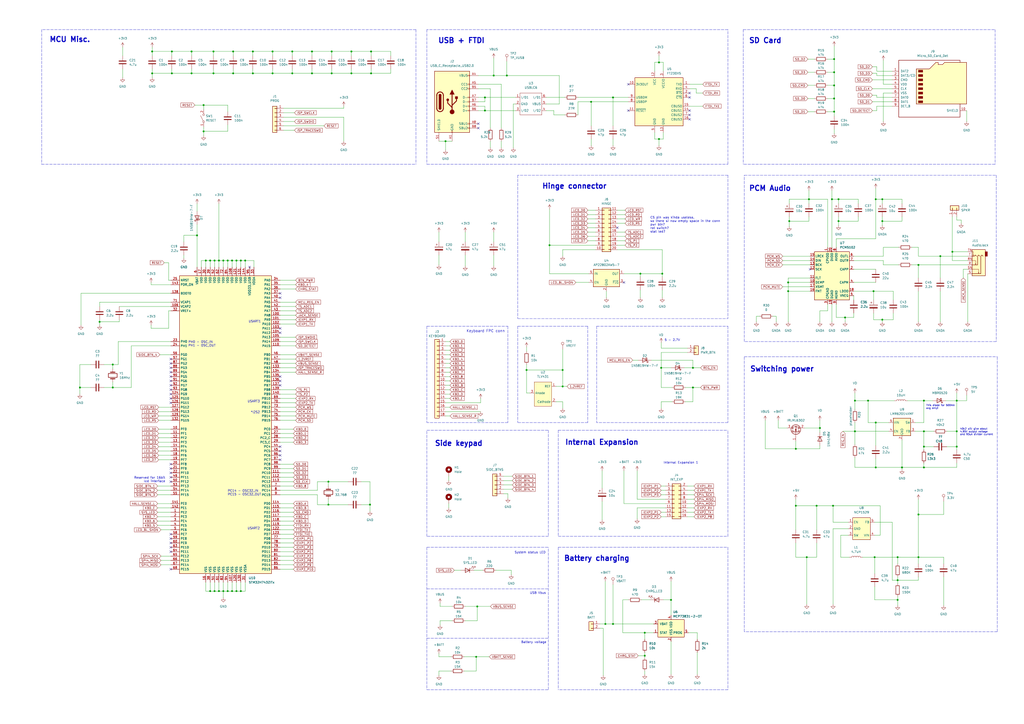
<source format=kicad_sch>
(kicad_sch (version 20211123) (generator eeschema)
  (paper "A2")
  (title_block (title "SDA Evo/Trie"))
  (junction (at 483.235 293.37))
  (junction (at 469.265 115.57))
  (junction (at 483.87 49.53))
  (junction (at 523.24 271.145))
  (junction (at 129.54 342.9))
  (junction (at 475.615 248.285))
  (junction (at 535.94 271.145))
  (junction (at 342.9 59.055))
  (junction (at 134.62 342.9))
  (junction (at 88.265 29.845))
  (junction (at 192.405 42.545))
  (junction (at 483.87 64.77))
  (junction (at 389.255 347.98))
  (junction (at 506.73 168.91))
  (junction (at 473.71 293.37))
  (junction (at 483.87 34.29))
  (junction (at 532.765 153.67))
  (junction (at 111.125 42.545))
  (junction (at 384.175 158.75))
  (junction (at 554.99 250.19))
  (junction (at 401.955 224.79))
  (junction (at 511.81 185.42))
  (junction (at 214.63 292.735))
  (junction (at 482.6 115.57))
  (junction (at 374.015 367.03))
  (junction (at 118.11 76.2))
  (junction (at 158.115 42.545))
  (junction (at 457.2 163.83))
  (junction (at 294.005 43.815))
  (junction (at 461.645 260.35))
  (junction (at 88.265 42.545))
  (junction (at 382.27 80.645))
  (junction (at 124.46 342.9))
  (junction (at 508 245.11))
  (junction (at 520.7 336.55))
  (junction (at 137.16 342.9))
  (junction (at 132.08 151.13))
  (junction (at 158.115 29.845))
  (junction (at 486.41 115.57))
  (junction (at 483.87 41.91))
  (junction (at 169.545 42.545))
  (junction (at 318.77 142.24))
  (junction (at 215.265 29.845))
  (junction (at 281.305 64.135))
  (junction (at 507.365 323.215))
  (junction (at 486.41 128.27))
  (junction (at 135.255 29.845))
  (junction (at 123.825 42.545))
  (junction (at 190.5 292.735))
  (junction (at 535.94 232.41))
  (junction (at 281.305 56.515))
  (junction (at 121.92 342.9))
  (junction (at 65.405 211.455))
  (junction (at 554.99 259.08))
  (junction (at 467.995 323.215))
  (junction (at 520.7 323.215))
  (junction (at 65.405 224.79))
  (junction (at 535.94 250.19))
  (junction (at 511.81 115.57))
  (junction (at 495.935 232.41))
  (junction (at 146.685 29.845))
  (junction (at 137.16 151.13))
  (junction (at 511.81 128.27))
  (junction (at 99.695 29.845))
  (junction (at 552.45 146.05))
  (junction (at 114.3 136.525))
  (junction (at 139.7 151.13))
  (junction (at 276.225 381))
  (junction (at 326.39 214.63))
  (junction (at 139.7 342.9))
  (junction (at 192.405 29.845))
  (junction (at 169.545 29.845))
  (junction (at 121.92 151.13))
  (junction (at 326.39 224.155))
  (junction (at 305.435 214.63))
  (junction (at 286.385 43.815))
  (junction (at 508 271.145))
  (junction (at 457.2 168.91))
  (junction (at 355.6 361.95))
  (junction (at 490.22 184.15))
  (junction (at 371.475 158.75))
  (junction (at 132.08 342.9))
  (junction (at 127 151.13))
  (junction (at 46.355 224.79))
  (junction (at 258.445 81.915))
  (junction (at 535.94 259.08))
  (junction (at 532.765 323.215))
  (junction (at 119.38 151.13))
  (junction (at 118.11 60.96))
  (junction (at 123.825 29.845))
  (junction (at 532.765 298.45))
  (junction (at 383.54 213.36))
  (junction (at 180.975 42.545))
  (junction (at 483.87 57.15))
  (junction (at 146.685 42.545))
  (junction (at 545.465 148.59))
  (junction (at 124.46 151.13))
  (junction (at 134.62 151.13))
  (junction (at 111.125 29.845))
  (junction (at 180.975 29.845))
  (junction (at 135.255 42.545))
  (junction (at 203.835 29.845))
  (junction (at 461.645 293.37))
  (junction (at 190.5 279.4))
  (junction (at 129.54 151.13))
  (junction (at 99.695 42.545))
  (junction (at 554.99 232.41))
  (junction (at 276.86 351.79))
  (junction (at 351.155 361.95))
  (junction (at 508 115.57))
  (junction (at 495.935 250.19))
  (junction (at 503.555 232.41))
  (junction (at 203.835 42.545))
  (junction (at 374.015 380.365))
  (junction (at 401.955 213.36))
  (junction (at 142.24 151.13))
  (junction (at 355.6 56.515))
  (junction (at 215.265 42.545))
  (junction (at 57.785 186.69))
  (junction (at 520.7 347.98))
  (junction (at 127 342.9))
  (junction (at 382.27 36.195))
  (junction (at 457.835 128.27))
  (no_connect (at 99.06 208.28))
  (no_connect (at 99.06 309.88))
  (no_connect (at 400.05 66.675))
  (no_connect (at 99.06 317.5))
  (no_connect (at 99.06 274.32))
  (no_connect (at 162.56 220.98))
  (no_connect (at 99.06 314.96))
  (no_connect (at 99.06 220.98))
  (no_connect (at 162.56 261.62))
  (no_connect (at 99.06 210.82))
  (no_connect (at 99.06 223.52))
  (no_connect (at 162.56 218.44))
  (no_connect (at 162.56 190.5))
  (no_connect (at 99.06 330.2))
  (no_connect (at 162.56 264.16))
  (no_connect (at 162.56 193.04))
  (no_connect (at 99.06 213.36))
  (no_connect (at 162.56 170.18))
  (no_connect (at 469.9 156.21))
  (no_connect (at 400.05 64.135))
  (no_connect (at 400.05 56.515))
  (no_connect (at 358.14 132.08))
  (no_connect (at 99.06 279.4))
  (no_connect (at 99.06 271.78))
  (no_connect (at 99.06 312.42))
  (no_connect (at 99.06 233.68))
  (no_connect (at 162.56 172.72))
  (no_connect (at 99.06 228.6))
  (no_connect (at 162.56 266.7))
  (no_connect (at 99.06 218.44))
  (no_connect (at 364.49 48.895))
  (no_connect (at 361.95 163.83))
  (no_connect (at 144.78 154.94))
  (no_connect (at 400.05 53.975))
  (no_connect (at 99.06 320.04))
  (no_connect (at 99.06 231.14))
  (no_connect (at 99.06 226.06))
  (no_connect (at 400.05 69.215))
  (no_connect (at 277.495 71.755))
  (no_connect (at 277.495 74.295))
  (no_connect (at 99.06 276.86))
  (no_connect (at 99.06 269.24))
  (no_connect (at 162.56 223.52))
  (no_connect (at 364.49 64.135))
  (no_connect (at 99.06 215.9))
  (no_connect (at 162.56 259.08))
  (wire (pts (xy 523.24 115.57) (xy 511.81 115.57)))
  (polyline (pts (xy 422.275 189.23) (xy 422.275 245.11)))
  (wire (pts (xy 164.465 62.865) (xy 199.39 62.865)))
  (wire (pts (xy 475.615 180.34) (xy 475.615 186.69)))
  (wire (pts (xy 261.62 381) (xy 254.635 381)))
  (wire (pts (xy 180.975 29.845) (xy 180.975 32.385)))
  (wire (pts (xy 162.56 302.26) (xy 170.18 302.26)))
  (wire (pts (xy 162.56 185.42) (xy 171.45 185.42)))
  (wire (pts (xy 554.99 125.73) (xy 554.99 127.635)))
  (wire (pts (xy 65.405 211.455) (xy 65.405 213.995)))
  (wire (pts (xy 76.2 200.66) (xy 76.2 224.79)))
  (wire (pts (xy 277.495 48.895) (xy 290.83 48.895)))
  (wire (pts (xy 511.81 115.57) (xy 511.81 118.11)))
  (wire (pts (xy 490.22 184.15) (xy 490.22 186.69)))
  (wire (pts (xy 440.69 183.515) (xy 438.785 183.515)))
  (wire (pts (xy 326.39 224.155) (xy 328.93 224.155)))
  (wire (pts (xy 520.7 347.98) (xy 520.7 351.155)))
  (wire (pts (xy 162.56 195.58) (xy 171.45 195.58)))
  (wire (pts (xy 99.06 200.66) (xy 76.2 200.66)))
  (wire (pts (xy 530.86 250.19) (xy 535.94 250.19)))
  (wire (pts (xy 495.3 151.13) (xy 512.445 151.13)))
  (wire (pts (xy 523.24 271.145) (xy 523.24 272.415)))
  (wire (pts (xy 457.2 161.29) (xy 457.2 163.83)))
  (wire (pts (xy 162.56 248.92) (xy 170.18 248.92)))
  (wire (pts (xy 379.73 80.645) (xy 382.27 80.645)))
  (wire (pts (xy 97.79 162.56) (xy 97.79 152.4)))
  (wire (pts (xy 162.56 182.88) (xy 171.45 182.88)))
  (wire (pts (xy 523.24 125.73) (xy 523.24 128.27)))
  (wire (pts (xy 532.765 298.45) (xy 532.765 323.215)))
  (polyline (pts (xy 247.65 189.23) (xy 294.64 189.23)))
  (polyline (pts (xy 578.485 366.395) (xy 431.8 366.395)))
  (wire (pts (xy 97.79 152.4) (xy 95.25 152.4)))
  (wire (pts (xy 121.92 151.13) (xy 121.92 154.94)))
  (wire (pts (xy 403.86 53.975) (xy 407.67 53.975)))
  (wire (pts (xy 506.73 185.42) (xy 511.81 185.42)))
  (wire (pts (xy 276.225 381) (xy 269.24 381)))
  (wire (pts (xy 71.12 32.385) (xy 71.12 27.305)))
  (wire (pts (xy 383.54 299.72) (xy 386.08 299.72)))
  (wire (pts (xy 506.095 59.055) (xy 517.525 59.055)))
  (wire (pts (xy 254.635 381) (xy 254.635 379.095)))
  (polyline (pts (xy 340.995 189.23) (xy 340.995 245.11)))
  (wire (pts (xy 523.24 128.27) (xy 511.81 128.27)))
  (wire (pts (xy 106.68 136.525) (xy 114.3 136.525)))
  (wire (pts (xy 371.475 158.75) (xy 371.475 160.655)))
  (wire (pts (xy 515.62 245.11) (xy 508 245.11)))
  (wire (pts (xy 92.075 264.16) (xy 99.06 264.16)))
  (wire (pts (xy 297.815 60.325) (xy 297.815 85.725)))
  (wire (pts (xy 535.94 245.11) (xy 535.94 232.41)))
  (wire (pts (xy 215.265 40.005) (xy 215.265 42.545)))
  (wire (pts (xy 134.62 342.9) (xy 137.16 342.9)))
  (wire (pts (xy 508 138.43) (xy 508 115.57)))
  (wire (pts (xy 124.46 151.13) (xy 127 151.13)))
  (wire (pts (xy 358.14 124.46) (xy 362.585 124.46)))
  (wire (pts (xy 480.06 115.57) (xy 469.265 115.57)))
  (wire (pts (xy 507.365 310.515) (xy 510.54 310.515)))
  (wire (pts (xy 92.075 243.84) (xy 99.06 243.84)))
  (wire (pts (xy 398.78 284.48) (xy 402.59 284.48)))
  (wire (pts (xy 379.095 367.03) (xy 374.015 367.03)))
  (wire (pts (xy 137.16 151.13) (xy 137.16 154.94)))
  (wire (pts (xy 532.765 153.67) (xy 561.34 153.67)))
  (wire (pts (xy 468.63 49.53) (xy 472.44 49.53)))
  (wire (pts (xy 535.94 271.145) (xy 523.24 271.145)))
  (wire (pts (xy 468.63 64.77) (xy 472.44 64.77)))
  (wire (pts (xy 255.27 360.045) (xy 255.27 362.585)))
  (wire (pts (xy 276.225 381) (xy 283.845 381)))
  (wire (pts (xy 132.08 151.13) (xy 132.08 154.94)))
  (wire (pts (xy 254.635 81.915) (xy 258.445 81.915)))
  (wire (pts (xy 258.572 241.3) (xy 261.112 241.3)))
  (wire (pts (xy 65.405 221.615) (xy 65.405 224.79)))
  (wire (pts (xy 127 151.13) (xy 129.54 151.13)))
  (wire (pts (xy 461.645 260.35) (xy 461.645 255.905)))
  (wire (pts (xy 535.94 232.41) (xy 541.02 232.41)))
  (wire (pts (xy 184.15 279.4) (xy 190.5 279.4)))
  (wire (pts (xy 258.572 226.06) (xy 260.985 226.06)))
  (wire (pts (xy 60.325 211.455) (xy 65.405 211.455)))
  (wire (pts (xy 281.305 64.135) (xy 277.495 64.135)))
  (wire (pts (xy 277.495 61.595) (xy 281.305 61.595)))
  (wire (pts (xy 500.38 323.215) (xy 507.365 323.215)))
  (wire (pts (xy 401.955 224.79) (xy 401.955 233.045)))
  (wire (pts (xy 162.56 307.34) (xy 170.18 307.34)))
  (wire (pts (xy 184.15 279.4) (xy 184.15 284.48)))
  (wire (pts (xy 46.355 224.79) (xy 46.355 211.455)))
  (wire (pts (xy 480.06 34.29) (xy 483.87 34.29)))
  (wire (pts (xy 389.255 347.98) (xy 389.255 356.87)))
  (wire (pts (xy 321.31 64.135) (xy 321.31 66.675)))
  (wire (pts (xy 454.025 166.37) (xy 469.9 166.37)))
  (wire (pts (xy 135.255 29.845) (xy 135.255 32.385)))
  (wire (pts (xy 552.45 125.73) (xy 552.45 146.05)))
  (polyline (pts (xy 422.275 95.25) (xy 422.275 17.145)))
  (wire (pts (xy 124.46 151.13) (xy 124.46 154.94)))
  (polyline (pts (xy 241.3 17.145) (xy 24.13 17.145)))
  (wire (pts (xy 558.8 156.21) (xy 558.8 161.29)))
  (wire (pts (xy 226.695 32.385) (xy 226.695 29.845)))
  (wire (pts (xy 286.385 43.815) (xy 286.385 33.655)))
  (wire (pts (xy 318.77 142.24) (xy 345.44 142.24)))
  (wire (pts (xy 215.265 29.845) (xy 226.695 29.845)))
  (wire (pts (xy 215.265 29.845) (xy 215.265 32.385)))
  (polyline (pts (xy 431.8 198.12) (xy 431.8 101.6)))
  (polyline (pts (xy 247.65 317.5) (xy 318.135 317.5)))
  (wire (pts (xy 507.365 323.215) (xy 507.365 332.74)))
  (wire (pts (xy 370.205 380.365) (xy 374.015 380.365)))
  (polyline (pts (xy 577.215 95.25) (xy 431.165 95.25)))
  (wire (pts (xy 483.87 49.53) (xy 483.87 57.15)))
  (wire (pts (xy 214.63 279.4) (xy 209.55 279.4)))
  (wire (pts (xy 162.56 187.96) (xy 171.45 187.96)))
  (wire (pts (xy 383.54 233.045) (xy 383.54 236.855)))
  (polyline (pts (xy 247.65 400.05) (xy 318.135 400.05)))
  (wire (pts (xy 340.995 132.08) (xy 345.44 132.08)))
  (wire (pts (xy 99.06 307.34) (xy 93.345 307.34)))
  (wire (pts (xy 349.25 273.05) (xy 349.25 283.21)))
  (wire (pts (xy 520.7 346.075) (xy 520.7 347.98)))
  (wire (pts (xy 132.08 151.13) (xy 134.62 151.13)))
  (wire (pts (xy 92.075 261.62) (xy 99.06 261.62)))
  (wire (pts (xy 162.56 165.1) (xy 171.45 165.1)))
  (wire (pts (xy 512.445 153.67) (xy 521.335 153.67)))
  (wire (pts (xy 461.645 289.56) (xy 461.645 293.37)))
  (wire (pts (xy 561.34 146.05) (xy 552.45 146.05)))
  (wire (pts (xy 162.56 175.26) (xy 171.45 175.26)))
  (wire (pts (xy 184.15 287.02) (xy 184.15 292.735)))
  (wire (pts (xy 389.89 233.045) (xy 383.54 233.045)))
  (wire (pts (xy 162.56 309.88) (xy 170.18 309.88)))
  (wire (pts (xy 92.075 236.22) (xy 99.06 236.22)))
  (wire (pts (xy 545.465 148.59) (xy 545.465 161.29)))
  (wire (pts (xy 129.54 151.13) (xy 129.54 154.94)))
  (wire (pts (xy 535.94 259.08) (xy 541.655 259.08)))
  (wire (pts (xy 284.48 81.915) (xy 284.48 85.725)))
  (wire (pts (xy 358.14 142.24) (xy 362.585 142.24)))
  (polyline (pts (xy 577.85 198.12) (xy 431.8 198.12)))
  (wire (pts (xy 508.635 61.595) (xy 508.635 64.135)))
  (wire (pts (xy 475.615 243.84) (xy 475.615 248.285)))
  (wire (pts (xy 97.79 190.5) (xy 97.79 180.34)))
  (wire (pts (xy 389.255 213.36) (xy 383.54 213.36)))
  (wire (pts (xy 358.14 121.92) (xy 362.585 121.92)))
  (wire (pts (xy 91.44 281.94) (xy 99.06 281.94)))
  (wire (pts (xy 190.5 289.56) (xy 190.5 292.735)))
  (wire (pts (xy 383.54 281.94) (xy 386.08 281.94)))
  (wire (pts (xy 326.39 224.155) (xy 326.39 214.63)))
  (wire (pts (xy 91.44 292.1) (xy 99.06 292.1)))
  (wire (pts (xy 475.615 248.285) (xy 475.615 250.825)))
  (wire (pts (xy 384.81 36.195) (xy 382.27 36.195)))
  (wire (pts (xy 495.3 184.15) (xy 490.22 184.15)))
  (wire (pts (xy 480.06 49.53) (xy 483.87 49.53)))
  (wire (pts (xy 448.31 183.515) (xy 450.215 183.515)))
  (wire (pts (xy 57.785 186.69) (xy 57.785 188.595)))
  (polyline (pts (xy 431.8 101.6) (xy 577.85 101.6)))
  (wire (pts (xy 517.525 336.55) (xy 520.7 336.55)))
  (wire (pts (xy 129.54 342.9) (xy 129.54 346.71)))
  (wire (pts (xy 342.9 59.055) (xy 364.49 59.055)))
  (wire (pts (xy 358.14 127) (xy 362.585 127)))
  (wire (pts (xy 483.87 26.67) (xy 483.87 34.29)))
  (wire (pts (xy 457.835 125.73) (xy 457.835 128.27)))
  (wire (pts (xy 532.765 153.67) (xy 532.765 161.29)))
  (wire (pts (xy 292.1 286.385) (xy 294.64 286.385)))
  (wire (pts (xy 162.56 317.5) (xy 170.18 317.5)))
  (wire (pts (xy 480.06 57.15) (xy 483.87 57.15)))
  (wire (pts (xy 379.73 76.835) (xy 379.73 80.645)))
  (wire (pts (xy 124.46 342.9) (xy 127 342.9)))
  (wire (pts (xy 305.435 201.295) (xy 305.435 203.835)))
  (wire (pts (xy 467.995 350.52) (xy 467.995 323.215)))
  (wire (pts (xy 461.645 307.34) (xy 461.645 293.37)))
  (wire (pts (xy 305.435 227.965) (xy 305.435 214.63)))
  (wire (pts (xy 258.572 238.76) (xy 278.765 238.76)))
  (wire (pts (xy 554.99 268.605) (xy 554.99 271.145)))
  (wire (pts (xy 351.155 337.185) (xy 351.155 361.95)))
  (wire (pts (xy 46.355 228.6) (xy 46.355 224.79)))
  (wire (pts (xy 358.14 139.7) (xy 362.585 139.7)))
  (wire (pts (xy 512.445 143.51) (xy 512.445 148.59)))
  (wire (pts (xy 361.315 347.98) (xy 364.49 347.98)))
  (wire (pts (xy 468.63 57.15) (xy 472.44 57.15)))
  (wire (pts (xy 340.995 121.92) (xy 345.44 121.92)))
  (wire (pts (xy 203.835 42.545) (xy 215.265 42.545)))
  (polyline (pts (xy 577.215 17.145) (xy 577.215 95.25)))
  (wire (pts (xy 451.485 243.84) (xy 451.485 248.285)))
  (wire (pts (xy 511.81 185.42) (xy 511.81 186.69)))
  (wire (pts (xy 482.6 115.57) (xy 482.6 143.51)))
  (wire (pts (xy 135.255 42.545) (xy 146.685 42.545)))
  (polyline (pts (xy 300.355 101.6) (xy 300.355 184.785)))
  (wire (pts (xy 517.525 302.895) (xy 517.525 336.55)))
  (wire (pts (xy 287.655 330.835) (xy 296.545 330.835)))
  (wire (pts (xy 560.705 232.41) (xy 554.99 232.41)))
  (wire (pts (xy 87.63 188.595) (xy 87.63 190.5)))
  (wire (pts (xy 461.645 314.96) (xy 461.645 323.215)))
  (polyline (pts (xy 247.65 95.25) (xy 422.275 95.25)))
  (wire (pts (xy 355.6 56.515) (xy 364.49 56.515)))
  (wire (pts (xy 106.68 136.525) (xy 106.68 140.335)))
  (wire (pts (xy 401.955 224.79) (xy 406.4 224.79)))
  (wire (pts (xy 561.34 156.21) (xy 558.8 156.21)))
  (wire (pts (xy 532.765 289.56) (xy 532.765 298.45)))
  (wire (pts (xy 386.08 289.56) (xy 369.57 289.56)))
  (wire (pts (xy 497.84 125.73) (xy 497.84 128.27)))
  (wire (pts (xy 164.465 70.485) (xy 170.815 70.485)))
  (wire (pts (xy 269.24 389.255) (xy 276.225 389.255)))
  (wire (pts (xy 528.955 143.51) (xy 532.765 143.51)))
  (wire (pts (xy 351.155 361.95) (xy 355.6 361.95)))
  (polyline (pts (xy 346.075 189.23) (xy 422.275 189.23)))
  (wire (pts (xy 88.265 27.305) (xy 88.265 29.845)))
  (wire (pts (xy 547.37 334.645) (xy 547.37 351.155)))
  (wire (pts (xy 190.5 279.4) (xy 190.5 281.94)))
  (polyline (pts (xy 247.65 317.5) (xy 247.65 400.05)))
  (wire (pts (xy 190.5 279.4) (xy 201.93 279.4)))
  (wire (pts (xy 398.78 297.18) (xy 402.59 297.18)))
  (wire (pts (xy 192.405 42.545) (xy 203.835 42.545)))
  (wire (pts (xy 340.995 137.16) (xy 345.44 137.16)))
  (wire (pts (xy 517.525 43.815) (xy 508.635 43.815)))
  (wire (pts (xy 260.985 205.74) (xy 258.572 205.74)))
  (wire (pts (xy 162.56 215.9) (xy 171.45 215.9)))
  (wire (pts (xy 132.08 60.96) (xy 118.11 60.96)))
  (wire (pts (xy 162.56 292.1) (xy 170.18 292.1)))
  (wire (pts (xy 495.3 181.61) (xy 495.3 184.15)))
  (wire (pts (xy 119.38 342.9) (xy 121.92 342.9)))
  (wire (pts (xy 260.985 200.66) (xy 258.572 200.66)))
  (wire (pts (xy 400.05 51.435) (xy 403.86 51.435)))
  (wire (pts (xy 523.24 255.27) (xy 523.24 271.145)))
  (wire (pts (xy 139.7 151.13) (xy 139.7 154.94)))
  (wire (pts (xy 276.86 360.045) (xy 276.86 351.79)))
  (wire (pts (xy 485.14 143.51) (xy 485.14 138.43)))
  (wire (pts (xy 69.215 177.8) (xy 99.06 177.8)))
  (wire (pts (xy 482.6 176.53) (xy 482.6 186.69)))
  (wire (pts (xy 497.84 128.27) (xy 486.41 128.27)))
  (wire (pts (xy 383.54 204.47) (xy 398.78 204.47)))
  (polyline (pts (xy 422.275 311.15) (xy 422.275 249.555)))
  (wire (pts (xy 517.525 61.595) (xy 508.635 61.595)))
  (wire (pts (xy 132.08 64.77) (xy 132.08 60.96)))
  (wire (pts (xy 146.685 42.545) (xy 158.115 42.545)))
  (wire (pts (xy 322.58 233.045) (xy 326.39 233.045)))
  (wire (pts (xy 523.24 115.57) (xy 523.24 118.11)))
  (wire (pts (xy 254.635 134.62) (xy 254.635 140.335)))
  (polyline (pts (xy 422.275 17.145) (xy 247.65 17.145)))
  (wire (pts (xy 318.77 142.24) (xy 318.77 121.285)))
  (wire (pts (xy 46.355 211.455) (xy 52.705 211.455)))
  (wire (pts (xy 526.415 232.41) (xy 535.94 232.41)))
  (wire (pts (xy 127 118.11) (xy 127 151.13)))
  (wire (pts (xy 99.06 165.1) (xy 87.63 165.1)))
  (wire (pts (xy 487.68 310.515) (xy 487.68 323.215)))
  (wire (pts (xy 487.68 323.215) (xy 492.76 323.215)))
  (wire (pts (xy 535.94 250.19) (xy 541.655 250.19)))
  (wire (pts (xy 99.06 325.12) (xy 93.345 325.12)))
  (wire (pts (xy 91.44 294.64) (xy 99.06 294.64)))
  (wire (pts (xy 355.6 56.515) (xy 355.6 73.025)))
  (wire (pts (xy 404.495 378.46) (xy 404.495 391.16)))
  (wire (pts (xy 316.865 56.515) (xy 327.66 56.515)))
  (wire (pts (xy 398.78 299.72) (xy 402.59 299.72)))
  (wire (pts (xy 71.12 40.005) (xy 71.12 45.085)))
  (wire (pts (xy 483.87 57.15) (xy 483.87 64.77)))
  (wire (pts (xy 260.985 215.9) (xy 258.572 215.9)))
  (wire (pts (xy 508 115.57) (xy 511.81 115.57)))
  (wire (pts (xy 121.92 342.9) (xy 124.46 342.9)))
  (wire (pts (xy 260.985 198.12) (xy 258.572 198.12)))
  (wire (pts (xy 192.405 29.845) (xy 192.405 32.385)))
  (wire (pts (xy 384.81 41.275) (xy 384.81 36.195)))
  (wire (pts (xy 497.84 115.57) (xy 497.84 118.11)))
  (wire (pts (xy 258.572 220.98) (xy 260.985 220.98)))
  (wire (pts (xy 473.71 307.34) (xy 473.71 293.37)))
  (wire (pts (xy 508.635 64.135) (xy 506.095 64.135)))
  (polyline (pts (xy 247.65 341.63) (xy 318.135 341.63)))
  (wire (pts (xy 340.995 139.7) (xy 345.44 139.7)))
  (wire (pts (xy 305.435 214.63) (xy 305.435 211.455)))
  (wire (pts (xy 349.885 364.49) (xy 349.885 391.795)))
  (wire (pts (xy 132.08 337.82) (xy 132.08 342.9)))
  (wire (pts (xy 508.635 42.545) (xy 506.095 42.545)))
  (wire (pts (xy 135.255 40.005) (xy 135.255 42.545)))
  (wire (pts (xy 374.015 378.46) (xy 374.015 380.365)))
  (wire (pts (xy 545.465 148.59) (xy 561.34 148.59)))
  (wire (pts (xy 517.525 56.515) (xy 508.635 56.515)))
  (wire (pts (xy 142.24 337.82) (xy 142.24 342.9)))
  (wire (pts (xy 383.54 297.18) (xy 386.08 297.18)))
  (wire (pts (xy 294.005 35.56) (xy 294.005 43.815)))
  (wire (pts (xy 137.16 342.9) (xy 139.7 342.9)))
  (wire (pts (xy 486.41 115.57) (xy 486.41 118.11)))
  (wire (pts (xy 162.56 314.96) (xy 170.18 314.96)))
  (wire (pts (xy 129.54 151.13) (xy 132.08 151.13)))
  (wire (pts (xy 397.51 224.79) (xy 401.955 224.79)))
  (wire (pts (xy 169.545 29.845) (xy 180.975 29.845)))
  (wire (pts (xy 358.14 144.78) (xy 384.175 144.78)))
  (wire (pts (xy 486.41 125.73) (xy 486.41 128.27)))
  (polyline (pts (xy 346.075 189.23) (xy 346.075 245.11)))
  (wire (pts (xy 549.275 259.08) (xy 554.99 259.08)))
  (wire (pts (xy 184.15 292.735) (xy 190.5 292.735)))
  (wire (pts (xy 290.83 81.915) (xy 290.83 85.725)))
  (polyline (pts (xy 422.275 101.6) (xy 422.275 184.785)))
  (polyline (pts (xy 247.65 17.145) (xy 247.65 95.25)))
  (wire (pts (xy 286.385 134.62) (xy 286.385 140.335)))
  (wire (pts (xy 483.87 49.53) (xy 483.87 41.91)))
  (wire (pts (xy 162.56 279.4) (xy 170.18 279.4)))
  (wire (pts (xy 123.825 29.845) (xy 135.255 29.845)))
  (wire (pts (xy 382.27 80.645) (xy 384.81 80.645)))
  (wire (pts (xy 68.58 198.12) (xy 68.58 211.455)))
  (wire (pts (xy 495.3 163.83) (xy 508 163.83)))
  (wire (pts (xy 560.705 64.135) (xy 560.705 70.485)))
  (wire (pts (xy 508.635 55.245) (xy 506.095 55.245)))
  (wire (pts (xy 119.38 151.13) (xy 119.38 154.94)))
  (wire (pts (xy 281.305 61.595) (xy 281.305 64.135)))
  (wire (pts (xy 349.25 290.83) (xy 349.25 301.625)))
  (wire (pts (xy 203.835 40.005) (xy 203.835 42.545)))
  (wire (pts (xy 517.525 48.895) (xy 512.445 48.895)))
  (wire (pts (xy 192.405 29.845) (xy 203.835 29.845)))
  (wire (pts (xy 535.94 268.605) (xy 535.94 271.145)))
  (wire (pts (xy 158.115 29.845) (xy 169.545 29.845)))
  (wire (pts (xy 262.255 351.79) (xy 255.27 351.79)))
  (wire (pts (xy 535.94 259.08) (xy 535.94 260.985)))
  (wire (pts (xy 383.54 201.93) (xy 398.78 201.93)))
  (wire (pts (xy 532.765 148.59) (xy 545.465 148.59)))
  (wire (pts (xy 162.56 254) (xy 170.18 254)))
  (wire (pts (xy 515.62 250.19) (xy 495.935 250.19)))
  (wire (pts (xy 169.545 42.545) (xy 180.975 42.545)))
  (wire (pts (xy 517.525 41.275) (xy 508.635 41.275)))
  (wire (pts (xy 118.11 76.2) (xy 118.11 78.74)))
  (wire (pts (xy 482.6 110.49) (xy 482.6 115.57)))
  (wire (pts (xy 92.075 248.92) (xy 99.06 248.92)))
  (wire (pts (xy 495.3 156.21) (xy 508 156.21)))
  (wire (pts (xy 508.635 43.815) (xy 508.635 42.545)))
  (wire (pts (xy 292.1 276.225) (xy 297.18 276.225)))
  (wire (pts (xy 114.3 130.175) (xy 114.3 136.525)))
  (wire (pts (xy 547.37 298.45) (xy 532.765 298.45)))
  (wire (pts (xy 480.06 143.51) (xy 480.06 115.57)))
  (wire (pts (xy 454.025 151.13) (xy 469.9 151.13)))
  (wire (pts (xy 438.785 183.515) (xy 438.785 186.69)))
  (wire (pts (xy 281.305 56.515) (xy 299.085 56.515)))
  (wire (pts (xy 549.275 250.19) (xy 554.99 250.19)))
  (wire (pts (xy 134.62 337.82) (xy 134.62 342.9)))
  (wire (pts (xy 254.635 389.255) (xy 254.635 391.795)))
  (wire (pts (xy 532.765 336.55) (xy 520.7 336.55)))
  (wire (pts (xy 106.68 147.955) (xy 106.68 149.86)))
  (wire (pts (xy 508 271.145) (xy 523.24 271.145)))
  (wire (pts (xy 495.935 227.965) (xy 495.935 232.41)))
  (wire (pts (xy 114.3 118.11) (xy 114.3 122.555)))
  (wire (pts (xy 495.3 168.91) (xy 506.73 168.91)))
  (wire (pts (xy 326.39 144.78) (xy 326.39 148.59)))
  (wire (pts (xy 554.99 232.41) (xy 554.99 250.19)))
  (wire (pts (xy 316.865 64.135) (xy 321.31 64.135)))
  (wire (pts (xy 99.695 42.545) (xy 111.125 42.545)))
  (wire (pts (xy 454.025 153.67) (xy 469.9 153.67)))
  (wire (pts (xy 162.56 213.36) (xy 171.45 213.36)))
  (wire (pts (xy 545.465 168.91) (xy 545.465 186.69)))
  (wire (pts (xy 469.265 125.73) (xy 469.265 128.27)))
  (polyline (pts (xy 294.64 189.23) (xy 294.64 245.11)))
  (wire (pts (xy 276.86 351.79) (xy 269.875 351.79)))
  (wire (pts (xy 162.56 210.82) (xy 171.45 210.82)))
  (wire (pts (xy 158.115 29.845) (xy 158.115 32.385)))
  (wire (pts (xy 382.27 36.195) (xy 382.27 32.385)))
  (wire (pts (xy 180.975 29.845) (xy 192.405 29.845)))
  (wire (pts (xy 473.71 314.96) (xy 473.71 323.215)))
  (wire (pts (xy 57.785 175.26) (xy 57.785 177.8)))
  (wire (pts (xy 121.92 337.82) (xy 121.92 342.9)))
  (wire (pts (xy 483.87 34.29) (xy 483.87 41.91)))
  (wire (pts (xy 146.685 40.005) (xy 146.685 42.545)))
  (wire (pts (xy 127 342.9) (xy 129.54 342.9)))
  (wire (pts (xy 111.125 40.005) (xy 111.125 42.545)))
  (wire (pts (xy 162.56 274.32) (xy 170.18 274.32)))
  (wire (pts (xy 299.085 60.325) (xy 297.815 60.325)))
  (polyline (pts (xy 247.65 370.205) (xy 318.135 370.205)))
  (wire (pts (xy 99.695 29.845) (xy 99.695 32.385)))
  (wire (pts (xy 508.635 41.275) (xy 508.635 38.735)))
  (wire (pts (xy 91.44 287.02) (xy 99.06 287.02)))
  (wire (pts (xy 92.075 256.54) (xy 99.06 256.54)))
  (wire (pts (xy 369.57 294.64) (xy 369.57 300.99)))
  (wire (pts (xy 162.56 284.48) (xy 184.15 284.48)))
  (polyline (pts (xy 422.275 101.6) (xy 300.355 101.6)))
  (wire (pts (xy 88.265 42.545) (xy 99.695 42.545)))
  (wire (pts (xy 99.695 29.845) (xy 111.125 29.845)))
  (wire (pts (xy 469.265 128.27) (xy 457.835 128.27)))
  (polyline (pts (xy 422.275 245.11) (xy 346.075 245.11)))
  (polyline (pts (xy 247.65 189.23) (xy 247.65 245.11)))
  (wire (pts (xy 118.11 60.96) (xy 118.11 63.5)))
  (wire (pts (xy 123.825 40.005) (xy 123.825 42.545)))
  (wire (pts (xy 506.73 168.91) (xy 506.73 173.99)))
  (wire (pts (xy 403.86 51.435) (xy 403.86 53.975)))
  (wire (pts (xy 483.87 74.93) (xy 483.87 77.47)))
  (wire (pts (xy 401.955 208.915) (xy 401.955 213.36)))
  (wire (pts (xy 260.985 203.2) (xy 258.572 203.2)))
  (wire (pts (xy 137.16 337.82) (xy 137.16 342.9)))
  (wire (pts (xy 281.305 56.515) (xy 281.305 59.055)))
  (polyline (pts (xy 300.355 189.23) (xy 340.995 189.23)))
  (wire (pts (xy 342.9 80.645) (xy 342.9 84.455)))
  (wire (pts (xy 383.54 213.36) (xy 383.54 224.79)))
  (wire (pts (xy 76.2 224.79) (xy 65.405 224.79)))
  (wire (pts (xy 169.545 40.005) (xy 169.545 42.545)))
  (polyline (pts (xy 431.8 207.01) (xy 431.8 366.395)))
  (wire (pts (xy 398.78 287.02) (xy 402.59 287.02)))
  (wire (pts (xy 324.485 43.815) (xy 324.485 60.325)))
  (wire (pts (xy 341.63 158.75) (xy 318.77 158.75)))
  (wire (pts (xy 389.255 337.185) (xy 389.255 347.98)))
  (wire (pts (xy 532.765 327.025) (xy 532.765 323.215)))
  (wire (pts (xy 134.62 151.13) (xy 134.62 154.94)))
  (wire (pts (xy 57.785 175.26) (xy 99.06 175.26)))
  (wire (pts (xy 384.175 168.275) (xy 384.175 172.72)))
  (wire (pts (xy 326.39 233.045) (xy 326.39 236.855)))
  (wire (pts (xy 203.835 29.845) (xy 203.835 32.385)))
  (wire (pts (xy 162.56 325.12) (xy 170.18 325.12)))
  (wire (pts (xy 379.73 36.195) (xy 382.27 36.195)))
  (wire (pts (xy 142.24 151.13) (xy 147.32 151.13)))
  (wire (pts (xy 377.825 208.915) (xy 401.955 208.915)))
  (wire (pts (xy 369.57 273.05) (xy 369.57 289.56)))
  (wire (pts (xy 386.08 294.64) (xy 369.57 294.64)))
  (wire (pts (xy 495.935 271.145) (xy 508 271.145)))
  (wire (pts (xy 340.995 124.46) (xy 345.44 124.46)))
  (wire (pts (xy 118.11 73.66) (xy 118.11 76.2)))
  (wire (pts (xy 127 337.82) (xy 127 342.9)))
  (wire (pts (xy 99.06 162.56) (xy 97.79 162.56)))
  (wire (pts (xy 111.125 29.845) (xy 123.825 29.845)))
  (wire (pts (xy 162.56 205.74) (xy 171.45 205.74)))
  (wire (pts (xy 374.015 367.03) (xy 361.315 367.03)))
  (wire (pts (xy 485.14 138.43) (xy 508 138.43)))
  (wire (pts (xy 495.935 250.19) (xy 495.935 245.11)))
  (wire (pts (xy 398.78 294.64) (xy 402.59 294.64)))
  (wire (pts (xy 358.14 129.54) (xy 362.585 129.54)))
  (wire (pts (xy 92.71 205.74) (xy 99.06 205.74)))
  (wire (pts (xy 461.645 323.215) (xy 467.995 323.215)))
  (wire (pts (xy 528.955 153.67) (xy 532.765 153.67)))
  (wire (pts (xy 321.31 66.675) (xy 327.66 66.675)))
  (wire (pts (xy 281.305 64.135) (xy 299.085 64.135)))
  (wire (pts (xy 382.27 80.645) (xy 382.27 84.455)))
  (wire (pts (xy 517.525 53.975) (xy 512.445 53.975)))
  (wire (pts (xy 361.95 158.75) (xy 371.475 158.75)))
  (wire (pts (xy 485.14 184.15) (xy 490.22 184.15)))
  (wire (pts (xy 475.615 260.35) (xy 461.645 260.35)))
  (wire (pts (xy 92.075 259.08) (xy 99.06 259.08)))
  (wire (pts (xy 91.44 297.18) (xy 99.06 297.18)))
  (wire (pts (xy 277.495 51.435) (xy 284.48 51.435)))
  (wire (pts (xy 162.56 276.86) (xy 170.18 276.86)))
  (wire (pts (xy 495.935 237.49) (xy 495.935 232.41)))
  (wire (pts (xy 97.79 180.34) (xy 99.06 180.34)))
  (wire (pts (xy 190.5 292.735) (xy 201.93 292.735)))
  (wire (pts (xy 162.56 251.46) (xy 170.18 251.46)))
  (wire (pts (xy 88.265 40.005) (xy 88.265 42.545)))
  (polyline (pts (xy 577.85 101.6) (xy 577.85 198.12)))
  (wire (pts (xy 258.572 228.6) (xy 260.985 228.6)))
  (polyline (pts (xy 323.85 317.5) (xy 422.275 317.5)))
  (wire (pts (xy 88.265 29.845) (xy 99.695 29.845)))
  (wire (pts (xy 374.015 367.03) (xy 374.015 370.84)))
  (polyline (pts (xy 300.355 184.785) (xy 422.275 184.785)))
  (wire (pts (xy 162.56 226.06) (xy 171.45 226.06)))
  (wire (pts (xy 92.075 241.3) (xy 99.06 241.3)))
  (wire (pts (xy 450.215 183.515) (xy 450.215 186.69)))
  (wire (pts (xy 307.34 227.965) (xy 305.435 227.965)))
  (wire (pts (xy 294.005 43.815) (xy 286.385 43.815)))
  (wire (pts (xy 532.765 323.215) (xy 547.37 323.215)))
  (wire (pts (xy 398.78 292.1) (xy 402.59 292.1)))
  (wire (pts (xy 278.765 233.68) (xy 278.765 231.14)))
  (wire (pts (xy 457.2 163.83) (xy 457.2 168.91)))
  (wire (pts (xy 335.28 59.055) (xy 342.9 59.055)))
  (wire (pts (xy 554.99 271.145) (xy 535.94 271.145)))
  (wire (pts (xy 65.405 224.79) (xy 60.325 224.79)))
  (wire (pts (xy 335.28 66.675) (xy 335.28 59.055)))
  (wire (pts (xy 65.405 211.455) (xy 68.58 211.455)))
  (wire (pts (xy 162.56 198.12) (xy 171.45 198.12)))
  (wire (pts (xy 162.56 320.04) (xy 170.18 320.04)))
  (wire (pts (xy 292.1 283.845) (xy 297.18 283.845)))
  (wire (pts (xy 129.54 337.82) (xy 129.54 342.9)))
  (wire (pts (xy 351.79 168.91) (xy 351.79 172.72)))
  (wire (pts (xy 162.56 294.64) (xy 170.18 294.64)))
  (wire (pts (xy 92.075 238.76) (xy 99.06 238.76)))
  (wire (pts (xy 203.835 29.845) (xy 215.265 29.845)))
  (polyline (pts (xy 323.85 317.5) (xy 323.85 400.05)))
  (wire (pts (xy 483.87 64.77) (xy 483.87 67.31)))
  (wire (pts (xy 457.835 128.27) (xy 457.835 131.445)))
  (wire (pts (xy 512.445 53.975) (xy 512.445 70.485)))
  (wire (pts (xy 355.6 339.09) (xy 355.6 361.95)))
  (wire (pts (xy 480.06 64.77) (xy 483.87 64.77)))
  (wire (pts (xy 162.56 231.14) (xy 171.45 231.14)))
  (wire (pts (xy 401.955 213.36) (xy 406.4 213.36)))
  (polyline (pts (xy 340.995 245.11) (xy 300.355 245.11)))
  (wire (pts (xy 404.495 367.03) (xy 404.495 370.84)))
  (wire (pts (xy 520.7 334.645) (xy 520.7 336.55)))
  (wire (pts (xy 162.56 238.76) (xy 171.45 238.76)))
  (wire (pts (xy 116.84 151.13) (xy 116.84 154.94)))
  (wire (pts (xy 340.995 134.62) (xy 345.44 134.62)))
  (wire (pts (xy 457.2 168.91) (xy 457.2 186.69)))
  (wire (pts (xy 162.56 330.2) (xy 170.18 330.2)))
  (wire (pts (xy 345.44 144.78) (xy 326.39 144.78)))
  (wire (pts (xy 57.785 185.42) (xy 57.785 186.69)))
  (wire (pts (xy 451.485 248.285) (xy 456.565 248.285)))
  (wire (pts (xy 164.465 67.945) (xy 199.39 67.945)))
  (wire (pts (xy 443.865 243.84) (xy 443.865 260.35)))
  (wire (pts (xy 361.315 367.03) (xy 361.315 347.98)))
  (wire (pts (xy 384.175 144.78) (xy 384.175 158.75)))
  (wire (pts (xy 340.995 127) (xy 345.44 127)))
  (polyline (pts (xy 422.275 317.5) (xy 422.275 400.05)))
  (wire (pts (xy 99.695 40.005) (xy 99.695 42.545)))
  (wire (pts (xy 383.54 213.36) (xy 383.54 204.47)))
  (polyline (pts (xy 323.85 311.15) (xy 422.275 311.15)))
  (wire (pts (xy 162.56 236.22) (xy 171.45 236.22)))
  (wire (pts (xy 276.86 351.79) (xy 284.48 351.79)))
  (wire (pts (xy 547.37 290.83) (xy 547.37 298.45)))
  (wire (pts (xy 358.14 137.16) (xy 362.585 137.16)))
  (wire (pts (xy 260.985 213.36) (xy 258.572 213.36)))
  (polyline (pts (xy 241.3 17.145) (xy 241.3 95.25)))
  (wire (pts (xy 372.11 347.98) (xy 377.19 347.98)))
  (wire (pts (xy 554.99 250.19) (xy 554.99 259.08)))
  (wire (pts (xy 492.125 302.895) (xy 483.235 302.895)))
  (wire (pts (xy 367.03 208.915) (xy 370.205 208.915)))
  (wire (pts (xy 486.41 128.27) (xy 486.41 130.81)))
  (wire (pts (xy 274.955 330.835) (xy 280.035 330.835)))
  (wire (pts (xy 92.075 266.7) (xy 99.06 266.7)))
  (wire (pts (xy 292.1 281.305) (xy 297.18 281.305)))
  (wire (pts (xy 508 266.065) (xy 508 271.145)))
  (wire (pts (xy 286.385 147.955) (xy 286.385 154.305)))
  (wire (pts (xy 284.48 51.435) (xy 284.48 74.295)))
  (wire (pts (xy 520.7 336.55) (xy 520.7 338.455)))
  (wire (pts (xy 466.725 248.285) (xy 475.615 248.285)))
  (wire (pts (xy 162.56 322.58) (xy 170.18 322.58)))
  (wire (pts (xy 111.125 42.545) (xy 123.825 42.545)))
  (wire (pts (xy 561.34 151.13) (xy 552.45 151.13)))
  (wire (pts (xy 399.415 367.03) (xy 404.495 367.03)))
  (wire (pts (xy 113.03 60.96) (xy 118.11 60.96)))
  (wire (pts (xy 358.14 134.62) (xy 362.585 134.62)))
  (wire (pts (xy 510.54 310.515) (xy 510.54 293.37)))
  (wire (pts (xy 374.015 380.365) (xy 374.015 381.635)))
  (wire (pts (xy 276.225 389.255) (xy 276.225 381)))
  (wire (pts (xy 492.125 310.515) (xy 487.68 310.515)))
  (wire (pts (xy 384.81 347.98) (xy 389.255 347.98)))
  (polyline (pts (xy 578.485 207.01) (xy 578.485 366.395)))
  (wire (pts (xy 532.765 323.215) (xy 520.7 323.215)))
  (polyline (pts (xy 431.165 17.145) (xy 577.215 17.145)))
  (wire (pts (xy 554.99 127.635) (xy 557.53 127.635)))
  (wire (pts (xy 316.865 60.325) (xy 324.485 60.325)))
  (wire (pts (xy 258.445 81.915) (xy 258.445 86.995)))
  (wire (pts (xy 199.39 62.865) (xy 199.39 61.595)))
  (wire (pts (xy 495.3 148.59) (xy 512.445 148.59)))
  (wire (pts (xy 512.445 143.51) (xy 521.335 143.51)))
  (polyline (pts (xy 318.135 311.15) (xy 247.65 311.15)))
  (wire (pts (xy 294.64 286.385) (xy 294.64 288.925)))
  (wire (pts (xy 142.24 151.13) (xy 142.24 154.94)))
  (wire (pts (xy 371.475 168.275) (xy 371.475 172.72)))
  (wire (pts (xy 335.28 56.515) (xy 355.6 56.515)))
  (wire (pts (xy 111.125 29.845) (xy 111.125 32.385)))
  (wire (pts (xy 99.06 327.66) (xy 93.345 327.66)))
  (wire (pts (xy 480.06 41.91) (xy 483.87 41.91)))
  (wire (pts (xy 258.572 233.68) (xy 278.765 233.68)))
  (wire (pts (xy 506.73 168.91) (xy 518.16 168.91)))
  (wire (pts (xy 507.365 323.215) (xy 520.7 323.215)))
  (wire (pts (xy 561.34 158.75) (xy 561.34 186.69)))
  (polyline (pts (xy 24.13 95.25) (xy 241.3 95.25)))
  (wire (pts (xy 535.94 250.19) (xy 535.94 259.08)))
  (wire (pts (xy 258.572 231.14) (xy 260.985 231.14)))
  (wire (pts (xy 495.935 250.19) (xy 495.935 257.81)))
  (wire (pts (xy 116.84 151.13) (xy 119.38 151.13)))
  (wire (pts (xy 296.545 330.835) (xy 296.545 333.375)))
  (wire (pts (xy 162.56 162.56) (xy 171.45 162.56)))
  (wire (pts (xy 123.825 29.845) (xy 123.825 32.385)))
  (wire (pts (xy 162.56 281.94) (xy 170.18 281.94)))
  (wire (pts (xy 162.56 297.18) (xy 170.18 297.18)))
  (wire (pts (xy 508.635 38.735) (xy 506.095 38.735)))
  (wire (pts (xy 99.06 170.18) (xy 46.99 170.18)))
  (wire (pts (xy 147.32 151.13) (xy 147.32 154.94)))
  (wire (pts (xy 162.56 269.24) (xy 170.18 269.24)))
  (wire (pts (xy 158.115 42.545) (xy 169.545 42.545)))
  (wire (pts (xy 281.305 59.055) (xy 277.495 59.055)))
  (polyline (pts (xy 422.275 400.05) (xy 323.85 400.05)))
  (wire (pts (xy 318.77 158.75) (xy 318.77 142.24)))
  (wire (pts (xy 46.99 170.18) (xy 46.99 188.595)))
  (wire (pts (xy 510.54 293.37) (xy 483.235 293.37)))
  (wire (pts (xy 146.685 29.845) (xy 158.115 29.845)))
  (wire (pts (xy 488.95 250.19) (xy 495.935 250.19)))
  (wire (pts (xy 269.875 360.045) (xy 276.86 360.045)))
  (polyline (pts (xy 247.65 311.15) (xy 247.65 249.555)))
  (wire (pts (xy 129.54 342.9) (xy 132.08 342.9)))
  (wire (pts (xy 443.865 260.35) (xy 461.645 260.35)))
  (wire (pts (xy 164.465 73.025) (xy 187.96 73.025)))
  (wire (pts (xy 215.265 42.545) (xy 226.695 42.545)))
  (wire (pts (xy 162.56 287.02) (xy 184.15 287.02)))
  (wire (pts (xy 258.572 223.52) (xy 260.985 223.52)))
  (wire (pts (xy 506.73 181.61) (xy 506.73 185.42)))
  (wire (pts (xy 139.7 337.82) (xy 139.7 342.9)))
  (wire (pts (xy 469.265 115.57) (xy 469.265 118.11)))
  (wire (pts (xy 518.16 168.91) (xy 518.16 173.99)))
  (wire (pts (xy 485.14 176.53) (xy 485.14 184.15)))
  (wire (pts (xy 199.39 67.945) (xy 199.39 81.915)))
  (wire (pts (xy 127 151.13) (xy 127 154.94)))
  (wire (pts (xy 92.075 251.46) (xy 99.06 251.46)))
  (wire (pts (xy 162.56 180.34) (xy 171.45 180.34)))
  (wire (pts (xy 292.1 278.765) (xy 297.18 278.765)))
  (wire (pts (xy 269.875 147.955) (xy 269.875 154.305)))
  (wire (pts (xy 162.56 304.8) (xy 170.18 304.8)))
  (polyline (pts (xy 247.65 249.555) (xy 318.135 249.555)))
  (wire (pts (xy 69.215 185.42) (xy 69.215 186.69)))
  (wire (pts (xy 123.825 42.545) (xy 135.255 42.545)))
  (wire (pts (xy 497.84 115.57) (xy 486.41 115.57)))
  (wire (pts (xy 384.81 76.835) (xy 384.81 80.645)))
  (wire (pts (xy 383.54 287.02) (xy 386.08 287.02)))
  (wire (pts (xy 88.265 45.085) (xy 88.265 42.545)))
  (wire (pts (xy 530.86 245.11) (xy 535.94 245.11)))
  (wire (pts (xy 99.06 322.58) (xy 93.345 322.58)))
  (wire (pts (xy 512.445 151.13) (xy 512.445 153.67)))
  (wire (pts (xy 260.985 208.28) (xy 258.572 208.28)))
  (wire (pts (xy 261.62 389.255) (xy 254.635 389.255)))
  (wire (pts (xy 552.45 146.05) (xy 552.45 151.13)))
  (wire (pts (xy 389.255 372.11) (xy 389.255 391.16)))
  (wire (pts (xy 260.985 210.82) (xy 258.572 210.82)))
  (polyline (pts (xy 24.13 17.145) (xy 24.13 95.25)))
  (wire (pts (xy 518.16 181.61) (xy 518.16 185.42)))
  (wire (pts (xy 503.555 245.11) (xy 503.555 232.41)))
  (wire (pts (xy 290.83 48.895) (xy 290.83 74.295)))
  (wire (pts (xy 132.08 76.2) (xy 118.11 76.2)))
  (wire (pts (xy 180.975 42.545) (xy 192.405 42.545)))
  (wire (pts (xy 135.255 29.845) (xy 146.685 29.845)))
  (wire (pts (xy 371.475 158.75) (xy 384.175 158.75)))
  (polyline (pts (xy 300.355 189.23) (xy 300.355 245.11)))
  (wire (pts (xy 119.38 151.13) (xy 121.92 151.13)))
  (polyline (pts (xy 431.8 207.01) (xy 578.485 207.01)))
  (wire (pts (xy 560.705 229.235) (xy 560.705 232.41)))
  (wire (pts (xy 507.365 340.36) (xy 507.365 347.98)))
  (wire (pts (xy 511.81 128.27) (xy 511.81 130.81)))
  (wire (pts (xy 164.465 65.405) (xy 170.815 65.405)))
  (wire (pts (xy 384.175 158.75) (xy 384.175 160.655)))
  (wire (pts (xy 326.39 214.63) (xy 305.435 214.63)))
  (wire (pts (xy 46.355 224.79) (xy 52.705 224.79)))
  (wire (pts (xy 532.765 143.51) (xy 532.765 148.59)))
  (wire (pts (xy 214.63 292.735) (xy 209.55 292.735)))
  (wire (pts (xy 162.56 241.3) (xy 171.45 241.3)))
  (wire (pts (xy 511.81 125.73) (xy 511.81 128.27)))
  (wire (pts (xy 214.63 292.735) (xy 214.63 279.4)))
  (polyline (pts (xy 323.85 249.555) (xy 323.85 311.15)))
  (wire (pts (xy 262.255 360.045) (xy 255.27 360.045)))
  (wire (pts (xy 355.6 80.645) (xy 355.6 84.455)))
  (wire (pts (xy 91.44 302.26) (xy 99.06 302.26)))
  (wire (pts (xy 260.35 276.225) (xy 260.35 278.765)))
  (wire (pts (xy 277.495 43.815) (xy 286.385 43.815)))
  (wire (pts (xy 383.54 284.48) (xy 386.08 284.48)))
  (wire (pts (xy 162.56 233.68) (xy 171.45 233.68)))
  (wire (pts (xy 507.365 347.98) (xy 520.7 347.98)))
  (wire (pts (xy 254.635 147.955) (xy 254.635 153.67)))
  (wire (pts (xy 389.89 224.79) (xy 383.54 224.79)))
  (polyline (pts (xy 294.64 245.11) (xy 247.65 245.11)))
  (wire (pts (xy 92.075 254) (xy 99.06 254)))
  (wire (pts (xy 467.995 323.215) (xy 473.71 323.215)))
  (wire (pts (xy 469.9 161.29) (xy 457.2 161.29)))
  (wire (pts (xy 99.06 198.12) (xy 68.58 198.12)))
  (wire (pts (xy 263.525 330.835) (xy 267.335 330.835)))
  (wire (pts (xy 548.64 232.41) (xy 554.99 232.41)))
  (wire (pts (xy 119.38 337.82) (xy 119.38 342.9)))
  (wire (pts (xy 347.98 364.49) (xy 349.885 364.49)))
  (wire (pts (xy 164.465 75.565) (xy 170.815 75.565)))
  (wire (pts (xy 532.765 334.645) (xy 532.765 336.55)))
  (wire (pts (xy 69.215 186.69) (xy 57.785 186.69)))
  (wire (pts (xy 162.56 271.78) (xy 170.18 271.78)))
  (wire (pts (xy 180.975 40.005) (xy 180.975 42.545)))
  (wire (pts (xy 162.56 200.66) (xy 171.45 200.66)))
  (wire (pts (xy 554.99 259.08) (xy 554.99 260.985)))
  (wire (pts (xy 214.63 296.545) (xy 214.63 292.735)))
  (wire (pts (xy 480.06 180.34) (xy 475.615 180.34)))
  (wire (pts (xy 506.095 46.355) (xy 517.525 46.355)))
  (wire (pts (xy 461.645 293.37) (xy 473.71 293.37)))
  (wire (pts (xy 91.44 284.48) (xy 99.06 284.48)))
  (wire (pts (xy 324.485 43.815) (xy 294.005 43.815)))
  (wire (pts (xy 469.265 115.57) (xy 457.835 115.57)))
  (wire (pts (xy 483.235 302.895) (xy 483.235 293.37)))
  (wire (pts (xy 258.572 218.44) (xy 260.985 218.44)))
  (wire (pts (xy 398.78 289.56) (xy 402.59 289.56)))
  (wire (pts (xy 520.7 323.215) (xy 520.7 327.025)))
  (wire (pts (xy 146.685 29.845) (xy 146.685 32.385)))
  (wire (pts (xy 132.08 72.39) (xy 132.08 76.2)))
  (wire (pts (xy 386.08 292.1) (xy 361.95 292.1)))
  (polyline (pts (xy 318.135 249.555) (xy 318.135 311.15)))
  (wire (pts (xy 258.572 236.22) (xy 260.985 236.22)))
  (wire (pts (xy 326.39 202.565) (xy 326.39 214.63)))
  (wire (pts (xy 396.875 213.36) (xy 401.955 213.36)))
  (wire (pts (xy 379.73 41.275) (xy 379.73 36.195)))
  (polyline (pts (xy 323.85 249.555) (xy 422.275 249.555)))
  (wire (pts (xy 269.875 134.62) (xy 269.875 140.335)))
  (wire (pts (xy 162.56 177.8) (xy 171.45 177.8)))
  (wire (pts (xy 475.615 258.445) (xy 475.615 260.35)))
  (wire (pts (xy 137.16 151.13) (xy 139.7 151.13)))
  (wire (pts (xy 158.115 40.005) (xy 158.115 42.545)))
  (wire (pts (xy 511.81 185.42) (xy 518.16 185.42)))
  (wire (pts (xy 374.015 389.255) (xy 374.015 391.16)))
  (wire (pts (xy 508.635 56.515) (xy 508.635 55.245)))
  (wire (pts (xy 507.365 302.895) (xy 517.525 302.895)))
  (wire (pts (xy 480.06 176.53) (xy 480.06 180.34)))
  (wire (pts (xy 162.56 327.66) (xy 170.18 327.66)))
  (polyline (pts (xy 318.135 400.05) (xy 318.135 317.5)))
  (wire (pts (xy 87.63 190.5) (xy 97.79 190.5)))
  (wire (pts (xy 260.35 292.1) (xy 260.35 294.64)))
  (wire (pts (xy 457.2 168.91) (xy 469.9 168.91)))
  (wire (pts (xy 483.235 306.705) (xy 483.235 350.52)))
  (wire (pts (xy 99.06 304.8) (xy 91.44 304.8)))
  (wire (pts (xy 162.56 243.84) (xy 171.45 243.84)))
  (wire (pts (xy 473.71 293.37) (xy 483.235 293.37)))
  (wire (pts (xy 495.935 232.41) (xy 503.555 232.41)))
  (wire (pts (xy 557.53 127.635) (xy 557.53 129.54)))
  (wire (pts (xy 482.6 115.57) (xy 486.41 115.57)))
  (wire (pts (xy 398.78 281.94) (xy 402.59 281.94)))
  (wire (pts (xy 508 109.22) (xy 508 115.57)))
  (polyline (pts (xy 431.165 17.145) (xy 431.165 95.25)))
  (wire (pts (xy 495.935 265.43) (xy 495.935 271.145)))
  (wire (pts (xy 400.05 48.895) (xy 407.67 48.895)))
  (wire (pts (xy 162.56 312.42) (xy 170.18 312.42)))
  (wire (pts (xy 508 245.11) (xy 503.555 245.11)))
  (wire (pts (xy 468.63 41.91) (xy 472.44 41.91)))
  (wire (pts (xy 468.63 34.29) (xy 472.44 34.29)))
  (wire (pts (xy 340.995 129.54) (xy 345.44 129.54)))
  (wire (pts (xy 457.2 163.83) (xy 469.9 163.83)))
  (wire (pts (xy 508 245.11) (xy 508 258.445)))
  (wire (pts (xy 162.56 256.54) (xy 170.18 256.54)))
  (wire (pts (xy 162.56 208.28) (xy 171.45 208.28)))
  (wire (pts (xy 469.265 110.49) (xy 469.265 115.57)))
  (wire (pts (xy 554.99 227.965) (xy 554.99 232.41)))
  (wire (pts (xy 492.125 306.705) (xy 483.235 306.705)))
  (wire (pts (xy 226.695 40.005) (xy 226.695 42.545)))
  (wire (pts (xy 169.545 29.845) (xy 169.545 32.385)))
  (wire (pts (xy 121.92 151.13) (xy 124.46 151.13)))
  (wire (pts (xy 383.54 198.755) (xy 383.54 201.93)))
  (wire (pts (xy 277.495 56.515) (xy 281.305 56.515)))
  (wire (pts (xy 99.06 299.72) (xy 91.44 299.72)))
  (wire (pts (xy 347.98 361.95) (xy 351.155 361.95)))
  (wire (pts (xy 162.56 299.72) (xy 170.18 299.72)))
  (wire (pts (xy 512.445 48.895) (xy 512.445 34.925)))
  (wire (pts (xy 503.555 232.41) (xy 518.795 232.41)))
  (wire (pts (xy 162.56 228.6) (xy 171.45 228.6)))
  (wire (pts (xy 532.765 168.91) (xy 532.765 186.69)))
  (wire (pts (xy 255.27 351.79) (xy 255.27 349.885)))
  (wire (pts (xy 87.63 165.1) (xy 87.63 163.83)))
  (wire (pts (xy 139.7 151.13) (xy 142.24 151.13)))
  (wire (pts (xy 355.6 361.95) (xy 379.095 361.95)))
  (wire (pts (xy 401.955 233.045) (xy 397.51 233.045)))
  (wire (pts (xy 506.095 51.435) (xy 517.525 51.435)))
  (wire (pts (xy 361.95 292.1) (xy 361.95 273.05)))
  (wire (pts (xy 124.46 337.82) (xy 124.46 342.9)))
  (wire (pts (xy 400.05 61.595) (xy 407.67 61.595)))
  (wire (pts (xy 134.62 151.13) (xy 137.16 151.13)))
  (wire (pts (xy 88.265 29.845) (xy 88.265 32.385)))
  (wire (pts (xy 495.3 171.45) (xy 495.3 173.99)))
  (wire (pts (xy 547.37 327.025) (xy 547.37 323.215)))
  (wire (pts (xy 132.08 342.9) (xy 134.62 342.9)))
  (wire (pts (xy 192.405 40.005) (xy 192.405 42.545)))
  (wire (pts (xy 342.9 59.055) (xy 342.9 73.025)))
  (wire (pts (xy 454.025 148.59) (xy 469.9 148.59)))
  (wire (pts (xy 139.7 342.9) (xy 142.24 342.9)))
  (wire (pts (xy 258.445 81.915) (xy 262.255 81.915)))
  (wire (pts (xy 457.835 115.57) (xy 457.835 118.11)))
  (wire (pts (xy 162.56 167.64) (xy 171.45 167.64)))
  (wire (pts (xy 322.58 224.155) (xy 326.39 224.155)))
  (wire (pts (xy 114.3 136.525) (xy 114.3 154.94)))
  (wire (pts (xy 334.01 163.83) (xy 341.63 163.83)))
  (text "MCU Misc." (at 28.575 24.765 0) (effects (font (size 3 3) (thickness 0.6) bold) (justify left bottom)))
  (text "Battery voltage" (at 302.26 373.38 0) (effects (font (size 1.27 1.27)) (justify left bottom)))
  (text "USART1" (at 144.145 187.325 0) (effects (font (size 1.27 1.27)) (justify left bottom)))
  (text "*I2S2" (at 145.415 240.03 0) (effects (font (size 1.27 1.27)) (justify left bottom)))
  (text "Internal Expansion 1" (at 384.81 269.24 0) (effects (font (size 1.27 1.27)) (justify left bottom)))
  (text "40k2 will give about\n4.95V output voltage\nand 93uA divider current" (at 556.895 252.73 0) (effects (font (size 1 1)) (justify left bottom)))
  (text "Internal Expansion" (at 327.66 258.445 0) (effects (font (size 3 3) (thickness 0.6) bold) (justify left bottom)))
  (text "USART2" (at 143.51 307.34 0) (effects (font (size 1.27 1.27)) (justify left bottom)))
  (text "USB + FTDI" (at 254 25.4 0) (effects (font (size 3 3) (thickness 0.6) bold) (justify left bottom)))
  (text "SD Card" (at 434.34 25.4 0) (effects (font (size 3 3) (thickness 0.6) bold) (justify left bottom)))
  (text "System status LED" (at 298.45 321.31 0) (effects (font (size 1.27 1.27)) (justify left bottom)))
  (text "USART3" (at 143.51 233.68 0) (effects (font (size 1.27 1.27)) (justify left bottom)))
  (text "PCM Audio" (at 434.34 111.125 0) (effects (font (size 3 3) (thickness 0.6) bold) (justify left bottom)))
  (text "Keyboard FPC conn" (at 270.51 193.04 0) (effects (font (size 1.5 1.5)) (justify left bottom)))
  (text "5 - 2.7V" (at 385.445 198.12 0) (effects (font (size 1.27 1.27)) (justify left bottom)))
  (text "PH0 - OSC_IN\nPH1 - OSC_OUT" (at 109.22 201.295 0) (effects (font (size 1.27 1.27)) (justify left bottom)))
  (text "Reserved for 16bit\nlcd interface" (at 95.885 280.035 180) (effects (font (size 1.27 1.27)) (justify right bottom)))
  (text "CS pin was kinda useless,\nso there si now empty space in the conn\npwr btn?\nrot switch?\nstat led?" (at 377.19 135.255 0) (effects (font (size 1.27 1.27)) (justify left bottom)))
  (text "Switching power" (at 434.975 215.9 0) (effects (font (size 3 3) (thickness 0.6) bold) (justify left bottom)))
  (text "Hinge connector" (at 314.325 109.855 0) (effects (font (size 3 3) (thickness 0.6) bold) (justify left bottom)))
  (text "This diode for 500mA\navg only!" (at 537.21 237.49 0) (effects (font (size 1 1)) (justify left bottom)))
  (text "Side keypad\n" (at 252.095 259.08 0) (effects (font (size 3 3) (thickness 0.6) bold) (justify left bottom)))
  (text "USB Vbus" (at 307.34 344.805 0) (effects (font (size 1.27 1.27)) (justify left bottom)))
  (text "PC14 - OSC32_IN\nPC15 - OSC32_OUT" (at 132.08 287.655 0) (effects (font (size 1.27 1.27)) (justify left bottom)))
  (text "Battery charging\n" (at 327.025 325.755 0) (effects (font (size 3 3) (thickness 0.6) bold) (justify left bottom)))
  (global_label "LCD_D3" (shape input) (at 340.995 129.54 180) (property "Reference mezi listy" "${INTERSHEET_REFS}" (effects hide)))
  (global_label "KBD_1" (shape input) (at 260.985 200.66 0) (property "Reference mezi listy" "${INTERSHEET_REFS}" (effects hide)))
  (global_label "LCD_RD" (shape input) (at 362.585 124.46 0) (property "Reference mezi listy" "${INTERSHEET_REFS}" (effects hide)))
  (global_label "IEXP1_P1" (shape input) (at 170.18 312.42 0) (property "Reference mezi listy" "${INTERSHEET_REFS}" (effects hide)))
  (global_label "KBD_5" (shape input) (at 260.985 210.82 0) (property "Reference mezi listy" "${INTERSHEET_REFS}" (effects hide)))
  (global_label "RESET" (shape input) (at 95.25 152.4 180) (property "Reference mezi listy" "${INTERSHEET_REFS}" (effects hide)))
  (global_label "KBD_2" (shape input) (at 260.985 203.2 0) (property "Reference mezi listy" "${INTERSHEET_REFS}" (effects hide)))
  (global_label "KBD_3" (shape input) (at 170.18 256.54 0) (property "Reference mezi listy" "${INTERSHEET_REFS}" (effects hide)))
  (global_label "SIDE_BTN_1" (shape input) (at 91.44 281.94 180) (property "Reference mezi listy" "${INTERSHEET_REFS}" (effects hide)))
  (global_label "ISP_SWDIO" (shape input) (at 170.815 70.485 0) (property "Reference mezi listy" "${INTERSHEET_REFS}" (effects hide)))
  (global_label "SD_D1" (shape input) (at 170.18 271.78 0) (property "Reference mezi listy" "${INTERSHEET_REFS}" (effects hide)))
  (global_label "SIDE_BTN_3" (shape input) (at 91.44 287.02 180) (property "Reference mezi listy" "${INTERSHEET_REFS}" (effects hide)))
  (global_label "KBD_6" (shape input) (at 91.44 302.26 180) (property "Reference mezi listy" "${INTERSHEET_REFS}" (effects hide)))
  (global_label "LCD_D4" (shape input) (at 92.075 259.08 180) (property "Reference mezi listy" "${INTERSHEET_REFS}" (effects hide)))
  (global_label "REG_EN" (shape input) (at 406.4 213.36 0) (property "Reference mezi listy" "${INTERSHEET_REFS}" (effects hide)))
  (global_label "PCM_WS" (shape input) (at 171.45 236.22 0) (property "Reference mezi listy" "${INTERSHEET_REFS}" (effects hide)))
  (global_label "SPI4_MOSI" (shape input) (at 402.59 292.1 0) (property "Reference mezi listy" "${INTERSHEET_REFS}" (effects hide)))
  (global_label "KBD_4" (shape input) (at 171.45 165.1 0) (property "Reference mezi listy" "${INTERSHEET_REFS}" (effects hide)))
  (global_label "IEXP2_TX" (shape input) (at 402.59 297.18 0) (property "Reference mezi listy" "${INTERSHEET_REFS}" (effects hide)))
  (global_label "ISP_TRACESWO" (shape input) (at 171.45 213.36 0) (property "Reference mezi listy" "${INTERSHEET_REFS}" (effects hide)))
  (global_label "KBD_C" (shape input) (at 170.18 299.72 0) (property "Reference mezi listy" "${INTERSHEET_REFS}" (effects hide)))
  (global_label "LCD_D5" (shape input) (at 92.075 261.62 180) (property "Reference mezi listy" "${INTERSHEET_REFS}" (effects hide)))
  (global_label "LCD_D0" (shape input) (at 92.075 248.92 180) (property "Reference mezi listy" "${INTERSHEET_REFS}" (effects hide)))
  (global_label "VBUS_SENSE" (shape input) (at 171.45 210.82 0) (property "Reference mezi listy" "${INTERSHEET_REFS}" (effects hide)))
  (global_label "IEXP1_P1" (shape input) (at 383.54 281.94 180) (property "Reference mezi listy" "${INTERSHEET_REFS}" (effects hide)))
  (global_label "SD_D0" (shape input) (at 468.63 57.15 180) (property "Reference mezi listy" "${INTERSHEET_REFS}" (effects hide)))
  (global_label "JACK_SENSE" (shape input) (at 171.45 182.88 0) (property "Reference mezi listy" "${INTERSHEET_REFS}" (effects hide)))
  (global_label "HALL_SENSE_R" (shape input) (at 171.45 215.9 0) (property "Reference mezi listy" "${INTERSHEET_REFS}" (effects hide)))
  (global_label "LCD_D2" (shape input) (at 340.995 127 180) (property "Reference mezi listy" "${INTERSHEET_REFS}" (effects hide)))
  (global_label "LCD_RS" (shape input) (at 92.075 243.84 180) (property "Reference mezi listy" "${INTERSHEET_REFS}" (effects hide)))
  (global_label "FTDI_TXE" (shape input) (at 170.18 309.88 0) (property "Reference mezi listy" "${INTERSHEET_REFS}" (effects hide)))
  (global_label "KBD_E" (shape input) (at 260.985 231.14 0) (property "Reference mezi listy" "${INTERSHEET_REFS}" (effects hide)))
  (global_label "KBD_C" (shape input) (at 260.985 226.06 0) (property "Reference mezi listy" "${INTERSHEET_REFS}" (effects hide)))
  (global_label "TS_ADC2" (shape input) (at 171.45 180.34 0) (property "Reference mezi listy" "${INTERSHEET_REFS}" (effects hide)))
  (global_label "SD_D3" (shape input) (at 170.18 276.86 0) (property "Reference mezi listy" "${INTERSHEET_REFS}" (effects hide)))
  (global_label "LCD_RST" (shape input) (at 362.585 121.92 0) (property "Reference mezi listy" "${INTERSHEET_REFS}" (effects hide)))
  (global_label "LCD_D1" (shape input) (at 92.075 251.46 180) (property "Reference mezi listy" "${INTERSHEET_REFS}" (effects hide)))
  (global_label "TS_ADC1" (shape input) (at 362.585 134.62 0) (property "Reference mezi listy" "${INTERSHEET_REFS}" (effects hide)))
  (global_label "IEXP2_TX" (shape input) (at 171.45 233.68 0) (property "Reference mezi listy" "${INTERSHEET_REFS}" (effects hide)))
  (global_label "LCD_D5" (shape input) (at 340.995 134.62 180) (property "Reference mezi listy" "${INTERSHEET_REFS}" (effects hide)))
  (global_label "KBD_2" (shape input) (at 170.18 254 0) (property "Reference mezi listy" "${INTERSHEET_REFS}" (effects hide)))
  (global_label "LCD_WR" (shape input) (at 362.585 127 0) (property "Reference mezi listy" "${INTERSHEET_REFS}" (effects hide)))
  (global_label "MCU_REG_EN" (shape input) (at 367.03 208.915 180) (property "Reference mezi listy" "${INTERSHEET_REFS}" (effects hide)))
  (global_label "SD_D0" (shape input) (at 170.18 269.24 0) (property "Reference mezi listy" "${INTERSHEET_REFS}" (effects hide)))
  (global_label "LCD_D6" (shape input) (at 340.995 137.16 180) (property "Reference mezi listy" "${INTERSHEET_REFS}" (effects hide)))
  (global_label "IEXP1_P3" (shape input) (at 383.54 287.02 180) (property "Reference mezi listy" "${INTERSHEET_REFS}" (effects hide)))
  (global_label "IEXP2_P9" (shape input) (at 170.18 327.66 0) (property "Reference mezi listy" "${INTERSHEET_REFS}" (effects hide)))
  (global_label "IEXP1_RX" (shape input) (at 402.59 281.94 0) (property "Reference mezi listy" "${INTERSHEET_REFS}" (effects hide)))
  (global_label "LCD_D2" (shape input) (at 92.075 254 180) (property "Reference mezi listy" "${INTERSHEET_REFS}" (effects hide)))
  (global_label "SPI4_SCK" (shape input) (at 402.59 287.02 0) (property "Reference mezi listy" "${INTERSHEET_REFS}" (effects hide)))
  (global_label "KBD_B" (shape input) (at 170.18 294.64 0) (property "Reference mezi listy" "${INTERSHEET_REFS}" (effects hide)))
  (global_label "SD_CMD" (shape input) (at 170.18 297.18 0) (property "Reference mezi listy" "${INTERSHEET_REFS}" (effects hide)))
  (global_label "LCD_D7" (shape input) (at 340.995 139.7 180) (property "Reference mezi listy" "${INTERSHEET_REFS}" (effects hide)))
  (global_label "PCM_SD" (shape input) (at 454.025 151.13 180) (property "Reference mezi listy" "${INTERSHEET_REFS}" (effects hide)))
  (global_label "IEXP1_P2" (shape input) (at 383.54 284.48 180) (property "Reference mezi listy" "${INTERSHEET_REFS}" (effects hide)))
  (global_label "BTN_PWR" (shape input) (at 406.4 224.79 0) (property "Reference mezi listy" "${INTERSHEET_REFS}" (effects hide)))
  (global_label "KBD_A" (shape input) (at 170.18 292.1 0) (property "Reference mezi listy" "${INTERSHEET_REFS}" (effects hide)))
  (global_label "SD_CLK" (shape input) (at 170.18 279.4 0) (property "Reference mezi listy" "${INTERSHEET_REFS}" (effects hide)))
  (global_label "IEXP2_P1" (shape input) (at 383.54 297.18 180) (property "Reference mezi listy" "${INTERSHEET_REFS}" (effects hide)))
  (global_label "IEXP2_P2" (shape input) (at 170.18 322.58 0) (property "Reference mezi listy" "${INTERSHEET_REFS}" (effects hide)))
  (global_label "LCD_RS" (shape input) (at 362.585 129.54 0) (property "Reference mezi listy" "${INTERSHEET_REFS}" (effects hide)))
  (global_label "LCD_WR" (shape input) (at 92.075 241.3 180) (property "Reference mezi listy" "${INTERSHEET_REFS}" (effects hide)))
  (global_label "SPI4_MOSI" (shape input) (at 93.345 327.66 180) (property "Reference mezi listy" "${INTERSHEET_REFS}" (effects hide)))
  (global_label "IEXP2_RX" (shape input) (at 402.59 294.64 0) (property "Reference mezi listy" "${INTERSHEET_REFS}" (effects hide)))
  (global_label "KBD_E" (shape input) (at 91.44 294.64 180) (property "Reference mezi listy" "${INTERSHEET_REFS}" (effects hide)))
  (global_label "SD_DETECT" (shape input) (at 171.45 200.66 0) (property "Reference mezi listy" "${INTERSHEET_REFS}" (effects hide)))
  (global_label "LCD_D0" (shape input) (at 340.995 121.92 180) (property "Reference mezi listy" "${INTERSHEET_REFS}" (effects hide)))
  (global_label "KBD_4" (shape input) (at 260.985 208.28 0) (property "Reference mezi listy" "${INTERSHEET_REFS}" (effects hide)))
  (global_label "LCD_RD" (shape input) (at 92.075 238.76 180) (property "Reference mezi listy" "${INTERSHEET_REFS}" (effects hide)))
  (global_label "FTDI_TXE" (shape input) (at 407.67 61.595 0) (property "Reference mezi listy" "${INTERSHEET_REFS}" (effects hide)))
  (global_label "RESET" (shape input) (at 187.96 73.025 0) (property "Reference mezi listy" "${INTERSHEET_REFS}" (effects hide)))
  (global_label "SD_D3" (shape input) (at 468.63 41.91 180) (property "Reference mezi listy" "${INTERSHEET_REFS}" (effects hide)))
  (global_label "SD_D3" (shape input) (at 506.095 42.545 180) (property "Reference mezi listy" "${INTERSHEET_REFS}" (effects hide)))
  (global_label "PCM_WS" (shape input) (at 454.025 148.59 180) (property "Reference mezi listy" "${INTERSHEET_REFS}" (effects hide)))
  (global_label "KBD_0" (shape input) (at 170.18 248.92 0) (property "Reference mezi listy" "${INTERSHEET_REFS}" (effects hide)))
  (global_label "KBD_D" (shape input) (at 170.18 302.26 0) (property "Reference mezi listy" "${INTERSHEET_REFS}" (effects hide)))
  (global_label "KBD_0" (shape input) (at 260.985 198.12 0) (property "Reference mezi listy" "${INTERSHEET_REFS}" (effects hide)))
  (global_label "SD_DETECT" (shape input) (at 506.095 64.135 180) (property "Reference mezi listy" "${INTERSHEET_REFS}" (effects hide)))
  (global_label "SD_D1" (shape input) (at 506.095 59.055 180) (property "Reference mezi listy" "${INTERSHEET_REFS}" (effects hide)))
  (global_label "LCD_RST" (shape input) (at 92.075 236.22 180) (property "Reference mezi listy" "${INTERSHEET_REFS}" (effects hide)))
  (global_label "PCM_MUTE" (shape input) (at 454.025 166.37 180) (property "Reference mezi listy" "${INTERSHEET_REFS}" (effects hide)))
  (global_label "LCD_D7" (shape input) (at 92.075 266.7 180) (property "Reference mezi listy" "${INTERSHEET_REFS}" (effects hide)))
  (global_label "REG_EN" (shape input) (at 488.95 250.19 270) (property "Reference mezi listy" "${INTERSHEET_REFS}" (effects hide)))
  (global_label "PCM_MUTE" (shape input) (at 171.45 241.3 0) (property "Reference mezi listy" "${INTERSHEET_REFS}" (effects hide)))
  (global_label "SYS_LED" (shape input) (at 91.44 297.18 180) (property "Reference mezi listy" "${INTERSHEET_REFS}" (effects hide)))
  (global_label "JACK_SENSE" (shape input) (at 558.8 161.29 270) (property "Reference mezi listy" "${INTERSHEET_REFS}" (effects hide)))
  (global_label "SD_D2" (shape input) (at 506.095 38.735 180) (property "Reference mezi listy" "${INTERSHEET_REFS}" (effects hide)))
  (global_label "LCD_BL_SHDN" (shape input) (at 334.01 163.83 180) (property "Reference mezi listy" "${INTERSHEET_REFS}" (effects hide)))
  (global_label "SD_D2" (shape input) (at 170.18 274.32 0) (property "Reference mezi listy" "${INTERSHEET_REFS}" (effects hide)))
  (global_label "IEXP2_P2" (shape input) (at 383.54 299.72 180) (property "Reference mezi listy" "${INTERSHEET_REFS}" (effects hide)))
  (global_label "KBD_D" (shape input) (at 260.985 228.6 0) (property "Reference mezi listy" "${INTERSHEET_REFS}" (effects hide)))
  (global_label "KBD_8" (shape input) (at 170.18 281.94 0) (property "Reference mezi listy" "${INTERSHEET_REFS}" (effects hide)))
  (global_label "RESET" (shape input) (at 113.03 60.96 180) (property "Reference mezi listy" "${INTERSHEET_REFS}" (effects hide)))
  (global_label "SIDE_BTN_1" (shape input) (at 297.18 276.225 0) (property "Reference mezi listy" "${INTERSHEET_REFS}" (effects hide)))
  (global_label "TS_P1" (shape input) (at 171.45 226.06 0) (property "Reference mezi listy" "${INTERSHEET_REFS}" (effects hide)))
  (global_label "ISP_SWDIO" (shape input) (at 171.45 195.58 0) (property "Reference mezi listy" "${INTERSHEET_REFS}" (effects hide)))
  (global_label "ISP_SWCLK" (shape input) (at 171.45 198.12 0) (property "Reference mezi listy" "${INTERSHEET_REFS}" (effects hide)))
  (global_label "LCD_D1" (shape input) (at 340.995 124.46 180) (property "Reference mezi listy" "${INTERSHEET_REFS}" (effects hide)))
  (global_label "SD_CMD" (shape input) (at 506.095 46.355 180) (property "Reference mezi listy" "${INTERSHEET_REFS}" (effects hide)))
  (global_label "SPI4_SCK" (shape input) (at 93.345 322.58 180) (property "Reference mezi listy" "${INTERSHEET_REFS}" (effects hide)))
  (global_label "SYS_LED" (shape input) (at 263.525 330.835 180) (property "Reference mezi listy" "${INTERSHEET_REFS}" (effects hide)))
  (global_label "SPI4_MISO" (shape input) (at 402.59 289.56 0) (property "Reference mezi listy" "${INTERSHEET_REFS}" (effects hide)))
  (global_label "IEXP2_P10" (shape input) (at 170.18 330.2 0) (property "Reference mezi listy" "${INTERSHEET_REFS}" (effects hide)))
  (global_label "KBD_7" (shape input) (at 260.985 215.9 0) (property "Reference mezi listy" "${INTERSHEET_REFS}" (effects hide)))
  (global_label "KBD_3" (shape input) (at 260.985 205.74 0) (property "Reference mezi listy" "${INTERSHEET_REFS}" (effects hide)))
  (global_label "KBD_A" (shape input) (at 260.985 220.98 0) (property "Reference mezi listy" "${INTERSHEET_REFS}" (effects hide)))
  (global_label "SIDE_BTN_2" (shape input) (at 297.18 278.765 0) (property "Reference mezi listy" "${INTERSHEET_REFS}" (effects hide)))
  (global_label "SD_D0" (shape input) (at 506.095 55.245 180) (property "Reference mezi listy" "${INTERSHEET_REFS}" (effects hide)))
  (global_label "IEXP1_P3" (shape input) (at 170.18 317.5 0) (property "Reference mezi listy" "${INTERSHEET_REFS}" (effects hide)))
  (global_label "BTN_PWR" (shape input) (at 171.45 162.56 0) (property "Reference mezi listy" "${INTERSHEET_REFS}" (effects hide)))
  (global_label "SIDE_BTN_2" (shape input) (at 91.44 284.48 180) (property "Reference mezi listy" "${INTERSHEET_REFS}" (effects hide)))
  (global_label "SIDE_BTN_4" (shape input) (at 297.18 283.845 0) (property "Reference mezi listy" "${INTERSHEET_REFS}" (effects hide)))
  (global_label "SIDE_BTN_3" (shape input) (at 297.18 281.305 0) (property "Reference mezi listy" "${INTERSHEET_REFS}" (effects hide)))
  (global_label "SIDE_BTN_4" (shape input) (at 92.71 205.74 180) (property "Reference mezi listy" "${INTERSHEET_REFS}" (effects hide)))
  (global_label "KBD_7" (shape input) (at 91.44 299.72 180) (property "Reference mezi listy" "${INTERSHEET_REFS}" (effects hide)))
  (global_label "KBD_6" (shape input) (at 260.985 213.36 0) (property "Reference mezi listy" "${INTERSHEET_REFS}" (effects hide)))
  (global_label "IEXP2_P8" (shape input) (at 402.59 299.72 0) (property "Reference mezi listy" "${INTERSHEET_REFS}" (effects hide)))
  (global_label "KBD_8" (shape input) (at 260.985 218.44 0) (property "Reference mezi listy" "${INTERSHEET_REFS}" (effects hide)))
  (global_label "TS_ADC1" (shape input) (at 171.45 177.8 0) (property "Reference mezi listy" "${INTERSHEET_REFS}" (effects hide)))
  (global_label "IEXP1_P2" (shape input) (at 170.18 314.96 0) (property "Reference mezi listy" "${INTERSHEET_REFS}" (effects hide)))
  (global_label "IEXP1_TX" (shape input) (at 402.59 284.48 0) (property "Reference mezi listy" "${INTERSHEET_REFS}" (effects hide)))
  (global_label "SD_D1" (shape input) (at 468.63 64.77 180) (property "Reference mezi listy" "${INTERSHEET_REFS}" (effects hide)))
  (global_label "VBATT_SENSE" (shape input) (at 171.45 205.74 0) (property "Reference mezi listy" "${INTERSHEET_REFS}" (effects hide)))
  (global_label "HALL_SENSE_R" (shape input) (at 261.112 241.3 0) (property "Reference mezi listy" "${INTERSHEET_REFS}" (effects hide)))
  (global_label "TS_P2" (shape input) (at 171.45 228.6 0) (property "Reference mezi listy" "${INTERSHEET_REFS}" (effects hide)))
  (global_label "LCD_D3" (shape input) (at 92.075 256.54 180) (property "Reference mezi listy" "${INTERSHEET_REFS}" (effects hide)))
  (global_label "IEXP1_TX" (shape input) (at 171.45 187.96 0) (property "Reference mezi listy" "${INTERSHEET_REFS}" (effects hide)))
  (global_label "IEXP2_RX" (shape input) (at 171.45 231.14 0) (property "Reference mezi listy" "${INTERSHEET_REFS}" (effects hide)))
  (global_label "SPI4_MISO" (shape input) (at 93.345 325.12 180) (property "Reference mezi listy" "${INTERSHEET_REFS}" (effects hide)))
  (global_label "SD_CMD" (shape input) (at 468.63 49.53 180) (property "Reference mezi listy" "${INTERSHEET_REFS}" (effects hide)))
  (global_label "IEXP2_P8" (shape input) (at 170.18 325.12 0) (property "Reference mezi listy" "${INTERSHEET_REFS}" (effects hide)))
  (global_label "KBD_1" (shape input) (at 170.18 251.46 0) (property "Reference mezi listy" "${INTERSHEET_REFS}" (effects hide)))
  (global_label "PCM_CK" (shape input) (at 454.025 153.67 180) (property "Reference mezi listy" "${INTERSHEET_REFS}" (effects hide)))
  (global_label "1.2VREF" (shape input) (at 171.45 208.28 0) (property "Reference mezi listy" "${INTERSHEET_REFS}" (effects hide)))
  (global_label "TS_P2" (shape input) (at 362.585 142.24 0) (property "Reference mezi listy" "${INTERSHEET_REFS}" (effects hide)))
  (global_label "HALL_SENSE_L" (shape input) (at 91.44 292.1 180) (property "Reference mezi listy" "${INTERSHEET_REFS}" (effects hide)))
  (global_label "TS_P1" (shape input) (at 362.585 139.7 0) (property "Reference mezi listy" "${INTERSHEET_REFS}" (effects hide)))
  (global_label "ISP_SWCLK" (shape input) (at 170.815 65.405 0) (property "Reference mezi listy" "${INTERSHEET_REFS}" (effects hide)))
  (global_label "FTDI_TX" (shape input) (at 170.18 307.34 0) (property "Reference mezi listy" "${INTERSHEET_REFS}" (effects hide)))
  (global_label "CHRG_STAT" (shape input) (at 370.205 380.365 180) (property "Reference mezi listy" "${INTERSHEET_REFS}" (effects hide)))
  (global_label "HALL_SENSE_L" (shape input) (at 260.985 236.22 0) (property "Reference mezi listy" "${INTERSHEET_REFS}" (effects hide)))
  (global_label "VBUS_SENSE" (shape input) (at 284.48 351.79 0) (property "Reference mezi listy" "${INTERSHEET_REFS}" (effects hide)))
  (global_label "KBD_B" (shape input) (at 260.985 223.52 0) (property "Reference mezi listy" "${INTERSHEET_REFS}" (effects hide)))
  (global_label "LCD_D6" (shape input) (at 92.075 264.16 180) (property "Reference mezi listy" "${INTERSHEET_REFS}" (effects hide)))
  (global_label "LCD_BL_SHDN" (shape input) (at 93.345 307.34 180) (property "Reference mezi listy" "${INTERSHEET_REFS}" (effects hide)))
  (global_label "TS_ADC2" (shape input) (at 362.585 137.16 0) (property "Reference mezi listy" "${INTERSHEET_REFS}" (effects hide)))
  (global_label "SD_CLK" (shape input) (at 506.095 51.435 180) (property "Reference mezi listy" "${INTERSHEET_REFS}" (effects hide)))
  (global_label "PCM_CK" (shape input) (at 171.45 238.76 0) (property "Reference mezi listy" "${INTERSHEET_REFS}" (effects hide)))
  (global_label "IEXP1_RX" (shape input) (at 171.45 185.42 0) (property "Reference mezi listy" "${INTERSHEET_REFS}" (effects hide)))
  (global_label "ISP_TRACESWO" (shape input) (at 170.815 75.565 0) (property "Reference mezi listy" "${INTERSHEET_REFS}" (effects hide)))
  (global_label "CHRG_STAT" (shape input) (at 171.45 167.64 0) (property "Reference mezi listy" "${INTERSHEET_REFS}" (effects hide)))
  (global_label "KBD_5" (shape input) (at 91.44 304.8 180) (property "Reference mezi listy" "${INTERSHEET_REFS}" (effects hide)))
  (global_label "LCD_D4" (shape input) (at 340.995 132.08 180) (property "Reference mezi listy" "${INTERSHEET_REFS}" (effects hide)))
  (global_label "FTDI_RX" (shape input) (at 170.18 304.8 0) (property "Reference mezi listy" "${INTERSHEET_REFS}" (effects hide)))
  (global_label "SD_D2" (shape input) (at 468.63 34.29 180) (property "Reference mezi listy" "${INTERSHEET_REFS}" (effects hide)))
  (global_label "FTDI_RX" (shape input) (at 407.67 53.975 0) (property "Reference mezi listy" "${INTERSHEET_REFS}" (effects hide)))
  (global_label "MCU_REG_EN" (shape input) (at 171.45 175.26 0) (property "Reference mezi listy" "${INTERSHEET_REFS}" (effects hide)))
  (global_label "VBATT_SENSE" (shape input) (at 283.845 381 0) (property "Reference mezi listy" "${INTERSHEET_REFS}" (effects hide)))
  (global_label "PCM_SD" (shape input) (at 171.45 243.84 0) (property "Reference mezi listy" "${INTERSHEET_REFS}" (effects hide)))
  (global_label "1.2VREF" (shape input) (at 328.93 224.155 0) (property "Reference mezi listy" "${INTERSHEET_REFS}" (effects hide)))
  (global_label "IEXP2_P1" (shape input) (at 170.18 320.04 0) (property "Reference mezi listy" "${INTERSHEET_REFS}" (effects hide)))
  (global_label "FTDI_TX" (shape input) (at 407.67 48.895 0) (property "Reference mezi listy" "${INTERSHEET_REFS}" (effects hide)))
  (symbol (lib_id "Connector_Generic:Conn_02x10_Top_Bottom") (at 350.52 132.08 0) (unit 1)
    (property "Reference" "J6" (at 351.79 115.57 0))
    (property "Value" "HINGE" (at 351.79 118.11 0))
    (property "Footprint" "Connector_PinHeader_1.00mm:PinHeader_2x10_P1.00mm_Horizontal" (effects hide))
  )
  (symbol (lib_id "Device:D_Schottky") (at 114.3 126.365 90) (unit 1)
    (property "Reference" "D7" (at 116.84 126.365 0))
    (property "Value" "1N5819HW-7-F" (at 111.125 126.365 0))
    (property "Footprint" "Diode_SMD:D_SOD-123" (effects hide))
  )
  (symbol (lib_id "power:+3V3") (at 482.6 110.49 0) (unit 1)
    (property "Reference" "#PWR056" (effects hide))
    (property "Value" "+3V3" (at 482.6 105.41 0))
  )
  (symbol (lib_id "power:+3V3") (at 318.77 121.285 0) (unit 1)
    (property "Reference" "#PWR027" (effects hide))
    (property "Value" "+3V3" (at 318.77 116.205 0))
  )
  (symbol (lib_id "power:GNDA") (at 561.34 186.69 0) (unit 1)
    (property "Reference" "#PWR078" (effects hide))
    (property "Value" "GNDA" (at 561.34 191.77 0))
  )
  (symbol (lib_id "power:GND") (at 483.87 77.47 0) (unit 1)
    (property "Reference" "#PWR060" (effects hide))
    (property "Value" "GND" (at 483.87 82.55 0))
  )
  (symbol (lib_id "sda-custom-parts:NCP1529") (at 499.745 306.705 0) (unit 1)
    (property "Reference" "U8" (at 499.745 294.64 0))
    (property "Value" "NCP1529" (at 499.745 297.18 0))
    (property "Footprint" "Package_TO_SOT_SMD:TSOT-23-5_HandSoldering" (effects hide))
  )
  (symbol (lib_id "Device:R") (at 305.435 207.645 180) (unit 1)
    (property "Reference" "R1" (at 307.975 206.3749 0) (effects (justify right)))
    (property "Value" "10k" (at 307.975 208.9149 0) (effects (justify right)))
    (property "Footprint" "Resistor_SMD:R_0805_2012Metric_Pad1.20x1.40mm_HandSolder" (effects hide))
  )
  (symbol (lib_id "sda-custom-parts:TLV431") (at 314.96 227.965 0) (unit 1)
    (property "Reference" "U2" (at 314.96 215.9 0))
    (property "Value" "TLV431" (at 314.96 218.44 0))
    (property "Footprint" "Package_TO_SOT_SMD:TSOT-23" (effects hide))
  )
  (symbol (lib_id "power:GNDA") (at 511.81 130.81 0) (unit 1)
    (property "Reference" "#PWR065" (effects hide))
    (property "Value" "GNDA" (at 511.81 135.89 0))
  )
  (symbol (lib_id "Device:R") (at 525.145 143.51 90) (unit 1)
    (property "Reference" "R24" (at 525.145 137.16 90))
    (property "Value" "470" (at 525.145 139.7 90))
    (property "Footprint" "Resistor_SMD:R_0805_2012Metric_Pad1.20x1.40mm_HandSolder" (effects hide))
  )
  (symbol (lib_id "power:VBUS") (at 255.27 349.885 0) (unit 1)
    (property "Reference" "#PWR018" (effects hide))
    (property "Value" "VBUS" (at 255.27 344.805 0))
  )
  (symbol (lib_id "power:GND") (at 129.54 346.71 0) (unit 1)
    (property "Reference" "#PWR09" (effects hide))
    (property "Value" "GND" (at 129.54 351.79 0))
  )
  (symbol (lib_id "Power_Management:AP22804AW5") (at 351.79 161.29 0) (unit 1)
    (property "Reference" "U4" (at 351.79 151.13 0))
    (property "Value" "AP22802AW5-7" (at 351.79 153.67 0))
    (property "Footprint" "Package_TO_SOT_SMD:SOT-23-5_HandSoldering" (effects hide))
    (property "Datasheet" "https://www.diodes.com/assets/Datasheets/AP22804_14.pdf" (effects hide))
  )
  (symbol (lib_id "Device:C") (at 473.71 311.15 0) (unit 1)
    (property "Reference" "C33" (at 477.52 308.61 0) (effects (justify left)))
    (property "Value" "47u" (at 477.52 311.15 0) (effects (justify left)))
    (property "Footprint" "Capacitor_SMD:C_0805_2012Metric_Pad1.18x1.45mm_HandSolder" (effects hide))
  )
  (symbol (lib_id "Device:R") (at 393.7 233.045 270) (unit 1)
    (property "Reference" "R13" (at 393.7 227.965 90))
    (property "Value" "19K" (at 393.7 230.505 90))
    (property "Footprint" "Resistor_SMD:R_0805_2012Metric_Pad1.20x1.40mm_HandSolder" (effects hide))
  )
  (symbol (lib_id "power:GND") (at 511.81 186.69 0) (unit 1)
    (property "Reference" "#PWR066" (effects hide))
    (property "Value" "GND" (at 511.81 191.77 0))
  )
  (symbol (lib_id "Connector:TestPoint") (at 294.005 35.56 0) (unit 1)
    (property "Reference" "TP2" (at 295.91 30.9879 0) (effects (justify left)))
    (property "Value" "TP_VUSB" (at 295.91 33.5279 0) (effects (justify left)))
    (property "Footprint" "TestPoint:TestPoint_Pad_D1.0mm" (effects hide))
  )
  (symbol (lib_id "power:GND") (at 371.475 172.72 0) (unit 1)
    (property "Reference" "#PWR036" (effects hide))
    (property "Value" "GND" (at 371.475 177.8 0))
  )
  (symbol (lib_id "Device:C") (at 342.9 76.835 0) (unit 1)
    (property "Reference" "C25" (at 346.71 75.5649 0) (effects (justify left)))
    (property "Value" "47p" (at 346.71 78.1049 0) (effects (justify left)))
    (property "Footprint" "Capacitor_SMD:C_0805_2012Metric_Pad1.18x1.45mm_HandSolder" (effects hide))
  )
  (symbol (lib_id "power:+5V") (at 554.99 227.965 0) (unit 1)
    (property "Reference" "#PWR075" (effects hide))
    (property "Value" "+5V" (at 554.99 222.885 0))
  )
  (symbol (lib_id "Device:C") (at 532.765 165.1 0) (unit 1)
    (property "Reference" "C45" (at 536.575 163.8299 0) (effects (justify left)))
    (property "Value" "2.2n" (at 536.575 166.3699 0) (effects (justify left)))
    (property "Footprint" "Capacitor_SMD:C_0805_2012Metric_Pad1.18x1.45mm_HandSolder" (effects hide))
  )
  (symbol (lib_id "power:GNDA") (at 475.615 186.69 0) (unit 1)
    (property "Reference" "#PWR083" (effects hide))
    (property "Value" "GNDA" (at 475.615 191.77 0))
  )
  (symbol (lib_id "Device:C") (at 158.115 36.195 0) (unit 1)
    (property "Reference" "C12" (at 161.925 34.9249 0) (effects (justify left)))
    (property "Value" "100n" (at 161.925 37.4649 0) (effects (justify left)))
    (property "Footprint" "Capacitor_SMD:C_0805_2012Metric_Pad1.18x1.45mm_HandSolder" (effects hide))
  )
  (symbol (lib_id "Switch:SW_SPST") (at 118.11 68.58 90) (unit 1)
    (property "Reference" "SW1" (at 119.38 67.3099 90) (effects (justify right)))
    (property "Value" "RESET" (at 119.38 69.8499 90) (effects (justify right)))
    (property "Footprint" "Button_Switch_SMD:SW_SPST_B3S-1000" (effects hide))
  )
  (symbol (lib_id "Device:C") (at 495.3 177.8 0) (unit 1)
    (property "Reference" "C36" (at 499.11 175.26 0) (effects (justify left)))
    (property "Value" "2.2u" (at 499.11 177.8 0) (effects (justify left)))
    (property "Footprint" "Capacitor_SMD:C_0805_2012Metric_Pad1.18x1.45mm_HandSolder" (effects hide))
  )
  (symbol (lib_id "Device:C") (at 545.465 165.1 0) (unit 1)
    (property "Reference" "C47" (at 549.275 163.8299 0) (effects (justify left)))
    (property "Value" "2.2n" (at 549.275 166.3699 0) (effects (justify left)))
    (property "Footprint" "Capacitor_SMD:C_0805_2012Metric_Pad1.18x1.45mm_HandSolder" (effects hide))
  )
  (symbol (lib_id "power:GND") (at 71.12 45.085 0) (unit 1)
    (property "Reference" "#PWR0102" (effects hide))
    (property "Value" "GND" (at 71.12 50.165 0))
  )
  (symbol (lib_id "power:GND") (at 369.57 300.99 0) (unit 1)
    (property "Reference" "#PWR025" (effects hide))
    (property "Value" "GND" (at 369.57 306.07 0))
  )
  (symbol (lib_id "Device:C") (at 508 160.02 0) (unit 1)
    (property "Reference" "C40" (at 511.81 158.7499 0) (effects (justify left)))
    (property "Value" "22u" (at 511.81 161.2899 0) (effects (justify left)))
    (property "Footprint" "Capacitor_SMD:C_0805_2012Metric_Pad1.18x1.45mm_HandSolder" (effects hide))
  )
  (symbol (lib_id "Regulator_Switching:LMR62014XMF") (at 523.24 247.65 0) (unit 1)
    (property "Reference" "U9" (at 523.24 237.49 0))
    (property "Value" "LMR62014XMF" (at 523.24 240.03 0))
    (property "Footprint" "Package_TO_SOT_SMD:SOT-23-5_HandSoldering" (effects hide))
    (property "Datasheet" "http://www.ti.com/lit/ds/symlink/lmr62014.pdf" (effects hide))
  )
  (symbol (lib_id "Device:C_Polarized") (at 486.41 121.92 0) (unit 1)
    (property "Reference" "C35" (at 490.22 119.7609 0) (effects (justify left)))
    (property "Value" "10u" (at 490.22 122.3009 0) (effects (justify left)))
    (property "Footprint" "Capacitor_SMD:C_0805_2012Metric_Pad1.18x1.45mm_HandSolder" (effects hide))
  )
  (symbol (lib_id "power:+3V3") (at 254.635 134.62 0) (unit 1)
    (property "Reference" "#PWR038" (effects hide))
    (property "Value" "+3V3" (at 254.635 129.54 0))
  )
  (symbol (lib_id "Connector_Generic:Conn_02x08_Odd_Even") (at 391.16 289.56 0) (unit 1)
    (property "Reference" "J4" (at 392.43 275.59 0))
    (property "Value" "INT_EXP" (at 392.43 278.13 0))
    (property "Footprint" "Connector_PinHeader_1.00mm:PinHeader_2x08_P1.00mm_Vertical_SMD" (effects hide))
  )
  (symbol (lib_id "Device:C") (at 371.475 164.465 0) (unit 1)
    (property "Reference" "C28" (at 375.285 163.1949 0) (effects (justify left)))
    (property "Value" "100n" (at 375.285 165.7349 0) (effects (justify left)))
    (property "Footprint" "Capacitor_SMD:C_0805_2012Metric_Pad1.18x1.45mm_HandSolder" (effects hide))
  )
  (symbol (lib_id "Connector:TestPoint") (at 560.705 229.235 0) (unit 1)
    (property "Reference" "TP5" (at 563.245 224.6629 0) (effects (justify left)))
    (property "Value" "5V" (at 563.245 227.2029 0) (effects (justify left)))
    (property "Footprint" "TestPoint:TestPoint_Pad_D1.0mm" (effects hide))
  )
  (symbol (lib_id "Interface_USB:FT230XS") (at 382.27 59.055 0) (unit 1)
    (property "Reference" "U5" (at 386.8294 40.005 0) (effects (justify left)))
    (property "Value" "FT230XS" (at 386.8294 42.545 0) (effects (justify left)))
    (property "Footprint" "Package_SO:SSOP-16_3.9x4.9mm_P0.635mm" (effects hide))
    (property "Datasheet" "https://www.ftdichip.com/Support/Documents/DataSheets/ICs/DS_FT230X.pdf" (effects hide))
  )
  (symbol (lib_id "Device:D_Schottky") (at 393.065 213.36 180) (unit 1)
    (property "Reference" "D4" (at 393.065 210.82 0))
    (property "Value" "1N5819HW-7-F" (at 393.065 216.535 0))
    (property "Footprint" "Diode_SMD:D_SOD-123" (effects hide))
  )
  (symbol (lib_id "Device:C") (at 203.835 36.195 0) (unit 1)
    (property "Reference" "C16" (at 207.645 34.9249 0) (effects (justify left)))
    (property "Value" "100n" (at 207.645 37.4649 0) (effects (justify left)))
    (property "Footprint" "Capacitor_SMD:C_0805_2012Metric_Pad1.18x1.45mm_HandSolder" (effects hide))
  )
  (symbol (lib_id "Device:R") (at 393.7 224.79 270) (unit 1)
    (property "Reference" "R12" (at 393.7 219.71 90))
    (property "Value" "10k" (at 393.7 222.25 90))
    (property "Footprint" "Resistor_SMD:R_0805_2012Metric_Pad1.20x1.40mm_HandSolder" (effects hide))
  )
  (symbol (lib_id "Device:C") (at 226.695 36.195 0) (unit 1)
    (property "Reference" "C18" (at 230.505 34.9249 0) (effects (justify left)))
    (property "Value" "100n" (at 230.505 37.4649 0) (effects (justify left)))
    (property "Footprint" "Capacitor_SMD:C_0805_2012Metric_Pad1.18x1.45mm_HandSolder" (effects hide))
  )
  (symbol (lib_id "Device:C_Polarized") (at 506.73 177.8 0) (unit 1)
    (property "Reference" "C38" (at 510.54 175.6409 0) (effects (justify left)))
    (property "Value" "10u" (at 510.54 178.1809 0) (effects (justify left)))
    (property "Footprint" "Capacitor_SMD:C_0805_2012Metric_Pad1.18x1.45mm_HandSolder" (effects hide))
  )
  (symbol (lib_id "Device:R") (at 495.935 261.62 0) (unit 1)
    (property "Reference" "R21" (at 497.84 260.3499 0) (effects (justify left)))
    (property "Value" "47k" (at 497.84 262.8899 0) (effects (justify left)))
    (property "Footprint" "Resistor_SMD:R_0805_2012Metric_Pad1.20x1.40mm_HandSolder" (effects hide))
  )
  (symbol (lib_id "Device:L") (at 496.57 323.215 90) (unit 1)
    (property "Reference" "L1" (at 496.57 317.5 90))
    (property "Value" "4.7uH" (at 496.57 320.04 90))
    (property "Footprint" "sda-parts:HCM1A4020V2" (effects hide))
  )
  (symbol (lib_id "power:GND") (at 297.815 85.725 0) (unit 1)
    (property "Reference" "#PWR021" (effects hide))
    (property "Value" "GND" (at 297.815 90.805 0))
  )
  (symbol (lib_id "power:VD") (at 383.54 198.755 0) (unit 1)
    (property "Reference" "#PWR043" (effects hide))
    (property "Value" "VD" (at 383.54 194.31 0))
  )
  (symbol (lib_id "power:GND") (at 349.885 391.795 0) (unit 1)
    (property "Reference" "#PWR031" (effects hide))
    (property "Value" "GND" (at 349.885 396.875 0))
  )
  (symbol (lib_id "Connector:Micro_SD_Card_Det") (at 540.385 51.435 0) (unit 1)
    (property "Reference" "J9" (at 541.02 29.845 0))
    (property "Value" "Micro_SD_Card_Det" (at 541.02 32.385 0))
    (property "Footprint" "sda-parts:SD-Connector" (effects hide))
    (property "Datasheet" "https://www.hirose.com/product/en/download_file/key_name/DM3/category/Catalog/doc_file_id/49662/?file_category_id=4&item_id=195&is_series=1" (effects hide))
  )
  (symbol (lib_id "power:GND") (at 269.875 154.305 0) (unit 1)
    (property "Reference" "#PWR089" (effects hide))
    (property "Value" "GND" (at 269.875 159.385 0))
  )
  (symbol (lib_id "power:GND") (at 342.9 84.455 0) (unit 1)
    (property "Reference" "#PWR029" (effects hide))
    (property "Value" "GND" (at 342.9 89.535 0))
  )
  (symbol (lib_id "power:GND") (at 547.37 351.155 0) (unit 1)
    (property "Reference" "#PWR074" (effects hide))
    (property "Value" "GND" (at 547.37 356.235 0))
  )
  (symbol (lib_id "MCU_ST_STM32H7:STM32H743ZITx") (at 132.08 246.38 0) (unit 1)
    (property "Reference" "U10" (at 144.2594 335.28 0) (effects (justify left)))
    (property "Value" "STM32H743ZITx" (at 144.2594 337.82 0) (effects (justify left)))
    (property "Footprint" "Package_QFP:LQFP-144_20x20mm_P0.5mm" (effects hide))
    (property "Datasheet" "http://www.st.com/st-web-ui/static/active/en/resource/technical/document/datasheet/DM00387108.pdf" (effects hide))
  )
  (symbol (lib_id "Device:LED") (at 271.145 330.835 180) (unit 1)
    (property "Reference" "D1" (at 272.7325 323.85 0))
    (property "Value" "SYS_LED" (at 272.7325 326.39 0))
    (property "Footprint" "LED_THT:LED_D3.0mm_FlatTop" (effects hide))
  )
  (symbol (lib_id "Device:C_Polarized") (at 511.81 121.92 0) (unit 1)
    (property "Reference" "C42" (at 515.62 119.7609 0) (effects (justify left)))
    (property "Value" "10u" (at 515.62 122.3009 0) (effects (justify left)))
    (property "Footprint" "Capacitor_SMD:C_0805_2012Metric_Pad1.18x1.45mm_HandSolder" (effects hide))
  )
  (symbol (lib_id "Device:R") (at 476.25 49.53 90) (unit 1)
    (property "Reference" "R17" (at 476.25 44.45 90))
    (property "Value" "47k" (at 476.25 46.99 90))
    (property "Footprint" "Resistor_SMD:R_0805_2012Metric_Pad1.20x1.40mm_HandSolder" (effects hide))
  )
  (symbol (lib_id "Device:C") (at 205.74 292.735 270) (mirror x) (unit 1)
    (property "Reference" "C23" (at 205.74 285.75 90))
    (property "Value" "??" (at 205.74 288.29 90))
    (property "Footprint" "Capacitor_SMD:C_0805_2012Metric_Pad1.18x1.45mm_HandSolder" (effects hide))
  )
  (symbol (lib_id "Device:D_Schottky") (at 374.015 208.915 180) (unit 1)
    (property "Reference" "D2" (at 374.015 206.375 0))
    (property "Value" "1N5819HW-7-F" (at 374.015 212.09 0))
    (property "Footprint" "Diode_SMD:D_SOD-123" (effects hide))
  )
  (symbol (lib_id "power:GND") (at 355.6 84.455 0) (unit 1)
    (property "Reference" "#PWR033" (effects hide))
    (property "Value" "GND" (at 355.6 89.535 0))
  )
  (symbol (lib_id "power:+5V") (at 461.645 289.56 0) (unit 1)
    (property "Reference" "#PWR052" (effects hide))
    (property "Value" "+5V" (at 461.645 284.48 0))
  )
  (symbol (lib_id "Device:R") (at 535.94 264.795 0) (unit 1)
    (property "Reference" "R26" (at 537.845 263.5249 0) (effects (justify left)))
    (property "Value" "13k3" (at 537.845 266.0649 0) (effects (justify left)))
    (property "Footprint" "Resistor_SMD:R_0805_2012Metric_Pad1.20x1.40mm_HandSolder" (effects hide))
  )
  (symbol (lib_id "Device:R") (at 476.25 34.29 90) (unit 1)
    (property "Reference" "R15" (at 476.25 29.21 90))
    (property "Value" "47k" (at 476.25 31.75 90))
    (property "Footprint" "Resistor_SMD:R_0805_2012Metric_Pad1.20x1.40mm_HandSolder" (effects hide))
  )
  (symbol (lib_id "Audio:PCM5102") (at 482.6 158.75 0) (unit 1)
    (property "Reference" "U7" (at 487.1594 140.97 0) (effects (justify left)))
    (property "Value" "PCM5102" (at 487.1594 143.51 0) (effects (justify left)))
    (property "Footprint" "Package_SO:TSSOP-20_4.4x6.5mm_P0.65mm" (effects hide))
    (property "Datasheet" "http://www.ti.com/lit/ds/symlink/pcm5102.pdf" (effects hide))
  )
  (symbol (lib_id "power:GND") (at 294.64 288.925 0) (unit 1)
    (property "Reference" "#PWR087" (effects hide))
    (property "Value" "GND" (at 294.64 294.005 0))
  )
  (symbol (lib_id "Device:C") (at 532.765 330.835 0) (unit 1)
    (property "Reference" "C46" (at 536.575 328.295 0) (effects (justify left)))
    (property "Value" "100n" (at 536.575 330.835 0) (effects (justify left)))
    (property "Footprint" "Capacitor_SMD:C_0805_2012Metric_Pad1.18x1.45mm_HandSolder" (effects hide))
  )
  (symbol (lib_id "power:+3V3") (at 305.435 201.295 0) (unit 1)
    (property "Reference" "#PWR012" (effects hide))
    (property "Value" "+3V3" (at 305.435 196.215 0))
  )
  (symbol (lib_id "Device:R") (at 283.845 330.835 270) (unit 1)
    (property "Reference" "R6" (at 283.845 325.755 90))
    (property "Value" "220" (at 283.845 328.295 90))
    (property "Footprint" "Resistor_SMD:R_0805_2012Metric_Pad1.20x1.40mm_HandSolder" (effects hide))
  )
  (symbol (lib_id "power:GND") (at 523.24 272.415 0) (unit 1)
    (property "Reference" "#PWR070" (effects hide))
    (property "Value" "GND" (at 523.24 277.495 0))
  )
  (symbol (lib_id "Device:R") (at 374.015 385.445 180) (unit 1)
    (property "Reference" "R11" (at 376.555 384.1749 0) (effects (justify right)))
    (property "Value" "15k" (at 376.555 386.7149 0) (effects (justify right)))
    (property "Footprint" "Resistor_SMD:R_0805_2012Metric_Pad1.20x1.40mm_HandSolder" (effects hide))
  )
  (symbol (lib_id "Device:R") (at 266.065 360.045 270) (unit 1)
    (property "Reference" "R5" (at 266.065 354.965 90))
    (property "Value" "15K" (at 266.065 357.505 90))
    (property "Footprint" "Resistor_SMD:R_0805_2012Metric_Pad1.20x1.40mm_HandSolder" (effects hide))
  )
  (symbol (lib_id "Device:C") (at 180.975 36.195 0) (unit 1)
    (property "Reference" "C14" (at 184.785 34.9249 0) (effects (justify left)))
    (property "Value" "100n" (at 184.785 37.4649 0) (effects (justify left)))
    (property "Footprint" "Capacitor_SMD:C_0805_2012Metric_Pad1.18x1.45mm_HandSolder" (effects hide))
  )
  (symbol (lib_id "Device:C") (at 483.87 71.12 0) (unit 1)
    (property "Reference" "C34" (at 487.68 69.8499 0) (effects (justify left)))
    (property "Value" "100n" (at 487.68 72.3899 0) (effects (justify left)))
    (property "Footprint" "Capacitor_SMD:C_0805_2012Metric_Pad1.18x1.45mm_HandSolder" (effects hide))
  )
  (symbol (lib_id "Connector:TestPoint") (at 355.6 339.09 0) (unit 1)
    (property "Reference" "TP3" (at 357.505 334.5179 0) (effects (justify left)))
    (property "Value" "VBATT" (at 357.505 337.0579 0) (effects (justify left)))
    (property "Footprint" "TestPoint:TestPoint_Pad_D1.0mm" (effects hide))
  )
  (symbol (lib_id "power:+3V3") (at 87.63 163.83 0) (unit 1)
    (property "Reference" "#PWR06" (effects hide))
    (property "Value" "+3V3" (at 87.63 158.75 0))
  )
  (symbol (lib_id "Device:C") (at 545.465 259.08 90) (unit 1)
    (property "Reference" "C48" (at 546.735 255.905 90) (effects (justify left)))
    (property "Value" "??" (at 546.735 253.365 90) (effects (justify left)))
    (property "Footprint" "Capacitor_SMD:C_0805_2012Metric_Pad1.18x1.45mm_HandSolder" (effects hide))
  )
  (symbol (lib_id "power:+3V3") (at 88.265 27.305 0) (unit 1)
    (property "Reference" "#PWR01" (effects hide))
    (property "Value" "+3V3" (at 88.265 22.225 0))
  )
  (symbol (lib_id "Diode:1N4148W") (at 475.615 254.635 270) (unit 1)
    (property "Reference" "D5" (at 478.155 250.19 0) (effects (justify left)))
    (property "Value" "1N4148W" (at 480.695 250.19 0) (effects (justify left)))
    (property "Footprint" "Diode_SMD:D_SOD-123" (effects hide))
    (property "Datasheet" "https://www.vishay.com/docs/85748/1n4148w.pdf" (effects hide))
  )
  (symbol (lib_id "power:GNDA") (at 532.765 186.69 0) (unit 1)
    (property "Reference" "#PWR071" (effects hide))
    (property "Value" "GNDA" (at 532.765 191.77 0))
  )
  (symbol (lib_id "Connector_Generic:Conn_01x02") (at 342.9 361.95 0) (mirror y) (unit 1)
    (property "Reference" "J5" (at 342.9 355.6 0))
    (property "Value" "BATT" (at 342.9 358.14 0))
    (property "Footprint" "Connector_PinHeader_2.54mm:PinHeader_1x02_P2.54mm_Horizontal" (effects hide))
  )
  (symbol (lib_id "Device:L") (at 522.605 232.41 90) (unit 1)
    (property "Reference" "L2" (at 522.605 226.695 90))
    (property "Value" "10uH" (at 522.605 229.235 90))
    (property "Footprint" "sda-parts:SDN0530MT100" (effects hide))
  )
  (symbol (lib_id "Device:LED") (at 381 347.98 0) (mirror x) (unit 1)
    (property "Reference" "D3" (at 379.4125 340.36 0))
    (property "Value" "CHRG_LED" (at 379.4125 342.9 0))
    (property "Footprint" "LED_THT:LED_D3.0mm_FlatTop" (effects hide))
  )
  (symbol (lib_id "Connector:AudioJack3_Switch") (at 566.42 153.67 180) (unit 1)
    (property "Reference" "J11" (at 563.88 139.7 0) (effects (justify right)))
    (property "Value" "AudioJack" (at 563.88 142.24 0) (effects (justify right)))
    (property "Footprint" "sda-parts:3.5 Jack" (effects hide))
  )
  (symbol (lib_id "power:GNDA") (at 450.215 186.69 0) (unit 1)
    (property "Reference" "#PWR082" (effects hide))
    (property "Value" "GNDA" (at 450.215 191.77 0))
  )
  (symbol (lib_id "Device:C") (at 99.695 36.195 0) (unit 1)
    (property "Reference" "C2" (at 103.505 34.9249 0) (effects (justify left)))
    (property "Value" "100n" (at 103.505 37.4649 0) (effects (justify left)))
    (property "Footprint" "Capacitor_SMD:C_0805_2012Metric_Pad1.18x1.45mm_HandSolder" (effects hide))
  )
  (symbol (lib_id "Device:Crystal") (at 190.5 285.75 270) (mirror x) (unit 1)
    (property "Reference" "Y2" (at 194.31 284.4799 90) (effects (justify left)))
    (property "Value" "32.768" (at 194.31 287.0199 90) (effects (justify left)))
    (property "Footprint" "sda-parts:32.768K-85SMXR" (effects hide))
  )
  (symbol (lib_id "Device:C") (at 192.405 36.195 0) (unit 1)
    (property "Reference" "C15" (at 196.215 34.9249 0) (effects (justify left)))
    (property "Value" "100n" (at 196.215 37.4649 0) (effects (justify left)))
    (property "Footprint" "Capacitor_SMD:C_0805_2012Metric_Pad1.18x1.45mm_HandSolder" (effects hide))
  )
  (symbol (lib_id "Device:C") (at 135.255 36.195 0) (unit 1)
    (property "Reference" "C9" (at 139.065 34.9249 0) (effects (justify left)))
    (property "Value" "100n" (at 139.065 37.4649 0) (effects (justify left)))
    (property "Footprint" "Capacitor_SMD:C_0805_2012Metric_Pad1.18x1.45mm_HandSolder" (effects hide))
  )
  (symbol (lib_id "Device:C") (at 554.99 264.795 0) (unit 1)
    (property "Reference" "C50" (at 558.8 266.065 0) (effects (justify left)))
    (property "Value" "4.7u" (at 558.8 263.525 0) (effects (justify left)))
    (property "Footprint" "Capacitor_SMD:C_0805_2012Metric_Pad1.18x1.45mm_HandSolder" (effects hide))
  )
  (symbol (lib_id "power:GND") (at 326.39 236.855 0) (unit 1)
    (property "Reference" "#PWR014" (effects hide))
    (property "Value" "GND" (at 326.39 241.935 0))
  )
  (symbol (lib_id "power:+BATT") (at 351.155 337.185 0) (unit 1)
    (property "Reference" "#PWR032" (effects hide))
    (property "Value" "+BATT" (at 351.155 332.105 0))
  )
  (symbol (lib_id "Mechanical:MountingHole_Pad") (at 260.35 273.685 0) (unit 1)
    (property "Reference" "H1" (at 263.525 271.1449 0) (effects (justify left)))
    (property "Value" "Hole" (at 263.525 273.6849 0) (effects (justify left)))
    (property "Footprint" "Mounting_Wuerth:Mounting_Wuerth_WA-SMSI-M1.6_H1.5mm_9774015633" (effects hide))
  )
  (symbol (lib_id "Device:R") (at 284.48 78.105 180) (unit 1)
    (property "Reference" "R28" (at 280.67 76.835 0) (effects (justify right)))
    (property "Value" "5.2k" (at 278.765 79.375 0) (effects (justify right)))
    (property "Footprint" "Resistor_SMD:R_0805_2012Metric_Pad1.20x1.40mm_HandSolder" (effects hide))
  )
  (symbol (lib_id "Device:C") (at 507.365 336.55 0) (unit 1)
    (property "Reference" "C39" (at 511.175 334.01 0) (effects (justify left)))
    (property "Value" "4.7u" (at 511.175 336.55 0) (effects (justify left)))
    (property "Footprint" "Capacitor_SMD:C_0805_2012Metric_Pad1.18x1.45mm_HandSolder" (effects hide))
  )
  (symbol (lib_id "power:GND") (at 374.015 391.16 0) (unit 1)
    (property "Reference" "#PWR039" (effects hide))
    (property "Value" "GND" (at 374.015 396.24 0))
  )
  (symbol (lib_id "Device:C") (at 355.6 76.835 0) (unit 1)
    (property "Reference" "C26" (at 359.41 75.5649 0) (effects (justify left)))
    (property "Value" "47p" (at 359.41 78.1049 0) (effects (justify left)))
    (property "Footprint" "Capacitor_SMD:C_0805_2012Metric_Pad1.18x1.45mm_HandSolder" (effects hide))
  )
  (symbol (lib_id "power:GND") (at 106.68 149.86 0) (unit 1)
    (property "Reference" "#PWR084" (effects hide))
    (property "Value" "GND" (at 106.68 154.94 0))
  )
  (symbol (lib_id "power:GNDA") (at 490.22 186.69 0) (unit 1)
    (property "Reference" "#PWR062" (effects hide))
    (property "Value" "GNDA" (at 490.22 191.77 0))
  )
  (symbol (lib_id "power:+3V3") (at 114.3 118.11 0) (unit 1)
    (property "Reference" "#PWR085" (effects hide))
    (property "Value" "+3V3" (at 114.3 113.03 0))
  )
  (symbol (lib_id "Device:Crystal") (at 65.405 217.805 90) (unit 1)
    (property "Reference" "Y1" (at 69.215 216.5349 90) (effects (justify right)))
    (property "Value" "16Mhz" (at 69.215 219.0749 90) (effects (justify right)))
    (property "Footprint" "sda-parts:SMDXT224" (effects hide))
  )
  (symbol (lib_id "power:+3V3") (at 87.63 188.595 0) (unit 1)
    (property "Reference" "#PWR0101" (effects hide))
    (property "Value" "+3V3" (at 87.63 183.515 0))
  )
  (symbol (lib_id "Device:R") (at 520.7 342.265 180) (unit 1)
    (property "Reference" "R23" (at 523.24 340.9949 0) (effects (justify right)))
    (property "Value" "150K" (at 523.24 343.5349 0) (effects (justify right)))
    (property "Footprint" "Resistor_SMD:R_0805_2012Metric_Pad1.20x1.40mm_HandSolder" (effects hide))
  )
  (symbol (lib_id "power:+3V3") (at 469.265 110.49 0) (unit 1)
    (property "Reference" "#PWR054" (effects hide))
    (property "Value" "+3V3" (at 469.265 105.41 0))
  )
  (symbol (lib_id "Device:R") (at 368.3 347.98 90) (unit 1)
    (property "Reference" "R9" (at 368.3 342.265 90))
    (property "Value" "470" (at 368.3 344.805 90))
    (property "Footprint" "Resistor_SMD:R_0805_2012Metric_Pad1.20x1.40mm_HandSolder" (effects hide))
  )
  (symbol (lib_id "Device:C_Polarized") (at 349.25 287.02 0) (unit 1)
    (property "Reference" "C24" (at 353.06 284.8609 0) (effects (justify left)))
    (property "Value" "10u" (at 353.06 287.4009 0) (effects (justify left)))
    (property "Footprint" "Capacitor_SMD:C_0805_2012Metric_Pad1.18x1.45mm_HandSolder" (effects hide))
  )
  (symbol (lib_id "power:GND") (at 512.445 70.485 0) (unit 1)
    (property "Reference" "#PWR068" (effects hide))
    (property "Value" "GND" (at 512.445 75.565 0))
  )
  (symbol (lib_id "Connector_Generic:Conn_01x02") (at 403.86 201.93 0) (unit 1)
    (property "Reference" "J8" (at 406.4 201.9299 0) (effects (justify left)))
    (property "Value" "PWR_BTN" (at 406.4 204.4699 0) (effects (justify left)))
    (property "Footprint" "Connector_PinHeader_1.00mm:PinHeader_1x02_P1.00mm_Vertical" (effects hide))
  )
  (symbol (lib_id "Connector:TestPoint") (at 547.37 290.83 0) (unit 1)
    (property "Reference" "TP4" (at 549.275 286.2579 0) (effects (justify left)))
    (property "Value" "3.3V" (at 549.275 288.7979 0) (effects (justify left)))
    (property "Footprint" "TestPoint:TestPoint_Pad_D1.0mm" (effects hide))
  )
  (symbol (lib_id "Device:R") (at 404.495 374.65 180) (unit 1)
    (property "Reference" "R14" (at 407.035 373.3799 0) (effects (justify right)))
    (property "Value" "2k" (at 407.035 375.9199 0) (effects (justify right)))
    (property "Footprint" "Resistor_SMD:R_0805_2012Metric_Pad1.20x1.40mm_HandSolder" (effects hide))
  )
  (symbol (lib_id "Device:R") (at 444.5 183.515 90) (unit 1)
    (property "Reference" "R30" (at 444.5 177.165 90))
    (property "Value" "0" (at 444.5 179.705 90))
    (property "Footprint" "Resistor_SMD:R_0805_2012Metric_Pad1.20x1.40mm_HandSolder" (effects hide))
  )
  (symbol (lib_id "power:+BATT") (at 254.635 379.095 0) (unit 1)
    (property "Reference" "#PWR016" (effects hide))
    (property "Value" "+BATT" (at 254.635 374.015 0))
  )
  (symbol (lib_id "power:GND") (at 389.255 391.16 0) (unit 1)
    (property "Reference" "#PWR046" (effects hide))
    (property "Value" "GND" (at 389.255 396.24 0))
  )
  (symbol (lib_id "Device:C") (at 205.74 279.4 270) (mirror x) (unit 1)
    (property "Reference" "C22" (at 205.74 271.78 90))
    (property "Value" "??" (at 205.74 274.32 90))
    (property "Footprint" "Capacitor_SMD:C_0805_2012Metric_Pad1.18x1.45mm_HandSolder" (effects hide))
  )
  (symbol (lib_id "Device:C_Polarized") (at 457.835 121.92 0) (unit 1)
    (property "Reference" "C30" (at 461.645 119.7609 0) (effects (justify left)))
    (property "Value" "10u" (at 461.645 122.3009 0) (effects (justify left)))
    (property "Footprint" "Capacitor_SMD:C_0805_2012Metric_Pad1.18x1.45mm_HandSolder" (effects hide))
  )
  (symbol (lib_id "Device:C") (at 169.545 36.195 0) (unit 1)
    (property "Reference" "C13" (at 173.355 34.9249 0) (effects (justify left)))
    (property "Value" "100n" (at 173.355 37.4649 0) (effects (justify left)))
    (property "Footprint" "Capacitor_SMD:C_0805_2012Metric_Pad1.18x1.45mm_HandSolder" (effects hide))
  )
  (symbol (lib_id "sda-custom-parts:USBLC6") (at 306.705 59.055 0) (unit 1)
    (property "Reference" "U3" (at 307.975 48.26 0))
    (property "Value" "USBLC6" (at 307.975 50.8 0))
    (property "Footprint" "Package_TO_SOT_SMD:TSOT-23-6_HandSoldering" (effects hide))
  )
  (symbol (lib_id "power:GND") (at 467.995 350.52 0) (unit 1)
    (property "Reference" "#PWR053" (effects hide))
    (property "Value" "GND" (at 467.995 355.6 0))
  )
  (symbol (lib_id "power:GND") (at 438.785 186.69 0) (unit 1)
    (property "Reference" "#PWR081" (effects hide))
    (property "Value" "GND" (at 438.785 191.77 0))
  )
  (symbol (lib_id "Connector_Generic:Conn_01x05") (at 287.02 281.305 180) (unit 1)
    (property "Reference" "J7" (at 287.02 269.875 0))
    (property "Value" "SIDE_BTNS" (at 287.02 272.415 0))
    (property "Footprint" "Connector_PinHeader_1.00mm:PinHeader_1x05_P1.00mm_Horizontal" (effects hide))
  )
  (symbol (lib_id "Mechanical:MountingHole_Pad") (at 260.35 289.56 0) (unit 1)
    (property "Reference" "H2" (at 263.525 287.0199 0) (effects (justify left)))
    (property "Value" "Hole" (at 263.525 289.5599 0) (effects (justify left)))
    (property "Footprint" "Mounting_Wuerth:Mounting_Wuerth_WA-SMSI-M1.6_H1.5mm_9774015633" (effects hide))
  )
  (symbol (lib_id "power:GND") (at 199.39 81.915 0) (unit 1)
    (property "Reference" "#PWR011" (effects hide))
    (property "Value" "GND" (at 199.39 86.995 0))
  )
  (symbol (lib_id "power:GND") (at 486.41 130.81 0) (unit 1)
    (property "Reference" "#PWR061" (effects hide))
    (property "Value" "GND" (at 486.41 135.89 0))
  )
  (symbol (lib_id "power:GND") (at 326.39 148.59 0) (unit 1)
    (property "Reference" "#PWR028" (effects hide))
    (property "Value" "GND" (at 326.39 153.67 0))
  )
  (symbol (lib_id "Device:C") (at 71.12 36.195 0) (unit 1)
    (property "Reference" "C21" (at 74.93 34.9249 0) (effects (justify left)))
    (property "Value" "4.7u" (at 74.93 37.4649 0) (effects (justify left)))
    (property "Footprint" "Capacitor_SMD:C_0805_2012Metric_Pad1.18x1.45mm_HandSolder" (effects hide))
  )
  (symbol (lib_id "Device:C") (at 523.24 121.92 0) (unit 1)
    (property "Reference" "C44" (at 527.05 119.38 0) (effects (justify left)))
    (property "Value" "100n" (at 527.05 121.92 0) (effects (justify left)))
    (property "Footprint" "Capacitor_SMD:C_0805_2012Metric_Pad1.18x1.45mm_HandSolder" (effects hide))
  )
  (symbol (lib_id "power:+3V3") (at 127 118.11 0) (unit 1)
    (property "Reference" "#PWR08" (effects hide))
    (property "Value" "+3V3" (at 127 113.03 0))
  )
  (symbol (lib_id "Device:C") (at 56.515 224.79 90) (unit 1)
    (property "Reference" "C4" (at 56.515 217.805 90))
    (property "Value" "??" (at 56.515 220.345 90))
    (property "Footprint" "Capacitor_SMD:C_0805_2012Metric_Pad1.18x1.45mm_HandSolder" (effects hide))
  )
  (symbol (lib_id "power:GND") (at 384.175 172.72 0) (unit 1)
    (property "Reference" "#PWR042" (effects hide))
    (property "Value" "GND" (at 384.175 177.8 0))
  )
  (symbol (lib_id "power:+3V3") (at 199.39 61.595 0) (unit 1)
    (property "Reference" "#PWR010" (effects hide))
    (property "Value" "+3V3" (at 199.39 56.515 0))
  )
  (symbol (lib_id "power:GND") (at 520.7 351.155 0) (unit 1)
    (property "Reference" "#PWR069" (effects hide))
    (property "Value" "GND" (at 520.7 356.235 0))
  )
  (symbol (lib_id "power:VBUS") (at 389.255 337.185 0) (unit 1)
    (property "Reference" "#PWR045" (effects hide))
    (property "Value" "VBUS" (at 389.255 332.105 0))
  )
  (symbol (lib_id "Device:R") (at 520.7 330.835 180) (unit 1)
    (property "Reference" "R22" (at 523.24 329.5649 0) (effects (justify right)))
    (property "Value" "680K" (at 523.24 332.1049 0) (effects (justify right)))
    (property "Footprint" "Resistor_SMD:R_0805_2012Metric_Pad1.20x1.40mm_HandSolder" (effects hide))
  )
  (symbol (lib_id "Device:C") (at 106.68 144.145 0) (mirror y) (unit 1)
    (property "Reference" "C19" (at 99.06 142.875 0) (effects (justify right)))
    (property "Value" "2.2u" (at 99.06 145.415 0) (effects (justify right)))
    (property "Footprint" "Capacitor_SMD:C_0805_2012Metric_Pad1.18x1.45mm_HandSolder" (effects hide))
  )
  (symbol (lib_id "power:GND") (at 290.83 85.725 0) (unit 1)
    (property "Reference" "#PWR080" (effects hide))
    (property "Value" "GND" (at 290.83 90.805 0))
  )
  (symbol (lib_id "Connector_Generic:Conn_01x18") (at 253.492 218.44 0) (mirror y) (unit 1)
    (property "Reference" "J3" (at 253.492 192.405 0))
    (property "Value" "KEYBOARD" (at 253.492 194.945 0))
    (property "Footprint" "Connector_FFC-FPC:TE_1-1734839-8_1x18-1MP_P0.5mm_Horizontal" (effects hide))
  )
  (symbol (lib_id "power:GND") (at 260.35 294.64 0) (unit 1)
    (property "Reference" "#PWR035" (effects hide))
    (property "Value" "GND" (at 260.35 299.72 0))
  )
  (symbol (lib_id "Device:C") (at 384.175 164.465 0) (unit 1)
    (property "Reference" "C29" (at 387.985 163.1949 0) (effects (justify left)))
    (property "Value" "2.2u" (at 387.985 165.7349 0) (effects (justify left)))
    (property "Footprint" "Capacitor_SMD:C_0805_2012Metric_Pad1.18x1.45mm_HandSolder" (effects hide))
  )
  (symbol (lib_id "power:+3V3") (at 512.445 34.925 0) (unit 1)
    (property "Reference" "#PWR067" (effects hide))
    (property "Value" "+3V3" (at 512.445 29.845 0))
  )
  (symbol (lib_id "power:GND") (at 214.63 296.545 0) (mirror y) (unit 1)
    (property "Reference" "#PWR013" (effects hide))
    (property "Value" "GND" (at 214.63 301.625 0))
  )
  (symbol (lib_id "power:+3V3") (at 269.875 134.62 0) (unit 1)
    (property "Reference" "#PWR088" (effects hide))
    (property "Value" "+3V3" (at 269.875 129.54 0))
  )
  (symbol (lib_id "power:GND") (at 46.99 188.595 0) (unit 1)
    (property "Reference" "#PWR04" (effects hide))
    (property "Value" "GND" (at 46.99 193.675 0))
  )
  (symbol (lib_id "Device:C_Polarized") (at 286.385 144.145 0) (unit 1)
    (property "Reference" "C51" (at 289.56 141.9859 0) (effects (justify left)))
    (property "Value" "47u" (at 289.56 144.5259 0) (effects (justify left)))
    (property "Footprint" "Capacitor_Tantalum_SMD:CP_EIA-7343-15_Kemet-W_Pad2.25x2.55mm_HandSolder" (effects hide))
  )
  (symbol (lib_id "Device:C") (at 56.515 211.455 90) (unit 1)
    (property "Reference" "C3" (at 56.515 203.835 90))
    (property "Value" "??" (at 56.515 206.375 90))
    (property "Footprint" "Capacitor_SMD:C_0805_2012Metric_Pad1.18x1.45mm_HandSolder" (effects hide))
  )
  (symbol (lib_id "power:+3V3") (at 278.765 231.14 0) (unit 1)
    (property "Reference" "#PWR0104" (effects hide))
    (property "Value" "+3V3" (at 278.765 226.06 0))
  )
  (symbol (lib_id "Device:R") (at 525.145 153.67 90) (unit 1)
    (property "Reference" "R25" (at 525.145 147.32 90))
    (property "Value" "470" (at 525.145 149.86 90))
    (property "Footprint" "Resistor_SMD:R_0805_2012Metric_Pad1.20x1.40mm_HandSolder" (effects hide))
  )
  (symbol (lib_id "power:GND") (at 46.355 228.6 0) (unit 1)
    (property "Reference" "#PWR03" (effects hide))
    (property "Value" "GND" (at 46.355 233.68 0))
  )
  (symbol (lib_id "Device:C") (at 146.685 36.195 0) (unit 1)
    (property "Reference" "C10" (at 150.495 34.9249 0) (effects (justify left)))
    (property "Value" "100n" (at 150.495 37.4649 0) (effects (justify left)))
    (property "Footprint" "Capacitor_SMD:C_0805_2012Metric_Pad1.18x1.45mm_HandSolder" (effects hide))
  )
  (symbol (lib_id "power:+3V3") (at 349.25 273.05 0) (unit 1)
    (property "Reference" "#PWR022" (effects hide))
    (property "Value" "+3V3" (at 349.25 267.97 0))
  )
  (symbol (lib_id "power:VBUS") (at 443.865 243.84 0) (unit 1)
    (property "Reference" "#PWR048" (effects hide))
    (property "Value" "VBUS" (at 443.865 238.76 0))
  )
  (symbol (lib_id "power:+BATT") (at 361.95 273.05 0) (unit 1)
    (property "Reference" "#PWR037" (effects hide))
    (property "Value" "+BATT" (at 361.95 267.97 0))
  )
  (symbol (lib_id "power:+3V3") (at 369.57 273.05 0) (unit 1)
    (property "Reference" "#PWR024" (effects hide))
    (property "Value" "+3V3" (at 369.57 267.97 0))
  )
  (symbol (lib_id "power:GND") (at 118.11 78.74 0) (unit 1)
    (property "Reference" "#PWR07" (effects hide))
    (property "Value" "GND" (at 118.11 83.82 0))
  )
  (symbol (lib_id "Device:R") (at 374.015 374.65 180) (unit 1)
    (property "Reference" "R10" (at 376.555 373.3799 0) (effects (justify right)))
    (property "Value" "10k" (at 376.555 375.9199 0) (effects (justify right)))
    (property "Footprint" "Resistor_SMD:R_0805_2012Metric_Pad1.20x1.40mm_HandSolder" (effects hide))
  )
  (symbol (lib_id "Connector:USB_C_Receptacle_USB2.0") (at 262.255 59.055 0) (unit 1)
    (property "Reference" "J2" (at 262.255 35.56 0))
    (property "Value" "USB_C_Receptacle_USB2.0" (at 262.255 38.1 0))
    (property "Footprint" "Connector_USB:USB_C_Receptacle_XKB_U262-16XN-4BVC11" (effects hide))
    (property "Datasheet" "https://www.usb.org/sites/default/files/documents/usb_type-c.zip" (effects hide))
  )
  (symbol (lib_id "power:+3V3") (at 508 109.22 0) (unit 1)
    (property "Reference" "#PWR064" (effects hide))
    (property "Value" "+3V3" (at 508 104.14 0))
  )
  (symbol (lib_id "power:GND") (at 383.54 236.855 0) (unit 1)
    (property "Reference" "#PWR044" (effects hide))
    (property "Value" "GND" (at 383.54 241.935 0))
  )
  (symbol (lib_id "Device:C") (at 57.785 181.61 0) (unit 1)
    (property "Reference" "C6" (at 61.595 180.3399 0) (effects (justify left)))
    (property "Value" "2.2u" (at 61.595 182.8799 0) (effects (justify left)))
    (property "Footprint" "Capacitor_SMD:C_0805_2012Metric_Pad1.18x1.45mm_HandSolder" (effects hide))
  )
  (symbol (lib_id "power:GND") (at 254.635 153.67 0) (unit 1)
    (property "Reference" "#PWR086" (effects hide))
    (property "Value" "GND" (at 254.635 158.75 0))
  )
  (symbol (lib_id "Device:C") (at 88.265 36.195 0) (unit 1)
    (property "Reference" "C1" (at 92.075 34.9249 0) (effects (justify left)))
    (property "Value" "100n" (at 92.075 37.4649 0) (effects (justify left)))
    (property "Footprint" "Capacitor_SMD:C_0805_2012Metric_Pad1.18x1.45mm_HandSolder" (effects hide))
  )
  (symbol (lib_id "Device:R") (at 265.43 381 270) (unit 1)
    (property "Reference" "R2" (at 265.43 375.92 90))
    (property "Value" "10k" (at 265.43 378.46 90))
    (property "Footprint" "Resistor_SMD:R_0805_2012Metric_Pad1.20x1.40mm_HandSolder" (effects hide))
  )
  (symbol (lib_id "Device:C") (at 469.265 121.92 0) (unit 1)
    (property "Reference" "C32" (at 473.075 119.38 0) (effects (justify left)))
    (property "Value" "100n" (at 473.075 121.92 0) (effects (justify left)))
    (property "Footprint" "Capacitor_SMD:C_0805_2012Metric_Pad1.18x1.45mm_HandSolder" (effects hide))
  )
  (symbol (lib_id "Diode:MBR0520") (at 544.83 232.41 180) (unit 1)
    (property "Reference" "D6" (at 545.1475 225.425 0))
    (property "Value" "MBR0520" (at 545.1475 227.965 0))
    (property "Footprint" "Diode_SMD:D_SOD-123" (effects hide))
    (property "Datasheet" "http://www.mccsemi.com/up_pdf/MBR0520~MBR0580(SOD123).pdf" (effects hide))
  )
  (symbol (lib_id "Device:C") (at 69.215 181.61 0) (unit 1)
    (property "Reference" "C8" (at 73.025 180.3399 0) (effects (justify left)))
    (property "Value" "2.2u" (at 73.025 182.8799 0) (effects (justify left)))
    (property "Footprint" "Capacitor_SMD:C_0805_2012Metric_Pad1.18x1.45mm_HandSolder" (effects hide))
  )
  (symbol (lib_id "power:+5V") (at 286.385 134.62 0) (unit 1)
    (property "Reference" "#PWR090" (effects hide))
    (property "Value" "+5V" (at 286.385 129.54 0))
  )
  (symbol (lib_id "Device:C") (at 111.125 36.195 0) (unit 1)
    (property "Reference" "C5" (at 114.935 34.9249 0) (effects (justify left)))
    (property "Value" "100n" (at 114.935 37.4649 0) (effects (justify left)))
    (property "Footprint" "Capacitor_SMD:C_0805_2012Metric_Pad1.18x1.45mm_HandSolder" (effects hide))
  )
  (symbol (lib_id "Device:R") (at 545.465 250.19 270) (unit 1)
    (property "Reference" "R27" (at 545.465 243.84 90))
    (property "Value" "40k2" (at 545.465 246.38 90))
    (property "Footprint" "Resistor_SMD:R_0805_2012Metric_Pad1.20x1.40mm_HandSolder" (effects hide))
  )
  (symbol (lib_id "power:GND") (at 260.35 278.765 0) (unit 1)
    (property "Reference" "#PWR034" (effects hide))
    (property "Value" "GND" (at 260.35 283.845 0))
  )
  (symbol (lib_id "power:GND") (at 457.2 186.69 0) (unit 1)
    (property "Reference" "#PWR050" (effects hide))
    (property "Value" "GND" (at 457.2 191.77 0))
  )
  (symbol (lib_id "Device:R") (at 266.065 351.79 270) (unit 1)
    (property "Reference" "R4" (at 266.065 346.71 90))
    (property "Value" "10k" (at 266.065 349.25 90))
    (property "Footprint" "Resistor_SMD:R_0805_2012Metric_Pad1.20x1.40mm_HandSolder" (effects hide))
  )
  (symbol (lib_id "power:+BATT") (at 451.485 243.84 0) (unit 1)
    (property "Reference" "#PWR049" (effects hide))
    (property "Value" "+BATT" (at 451.485 238.76 0))
  )
  (symbol (lib_id "power:GND") (at 351.79 172.72 0) (unit 1)
    (property "Reference" "#PWR030" (effects hide))
    (property "Value" "GND" (at 351.79 177.8 0))
  )
  (symbol (lib_id "power:VD") (at 495.935 227.965 0) (unit 1)
    (property "Reference" "#PWR063" (effects hide))
    (property "Value" "VD" (at 495.935 222.25 0))
  )
  (symbol (lib_id "power:GND") (at 255.27 362.585 0) (unit 1)
    (property "Reference" "#PWR019" (effects hide))
    (property "Value" "GND" (at 255.27 367.665 0))
  )
  (symbol (lib_id "Device:R") (at 290.83 78.105 180) (unit 1)
    (property "Reference" "R29" (at 292.735 76.8349 0) (effects (justify right)))
    (property "Value" "5.2k" (at 292.735 79.3749 0) (effects (justify right)))
    (property "Footprint" "Resistor_SMD:R_0805_2012Metric_Pad1.20x1.40mm_HandSolder" (effects hide))
  )
  (symbol (lib_id "Battery_Management:MCP73831-2-OT") (at 389.255 364.49 0) (mirror y) (unit 1)
    (property "Reference" "U6" (at 391.795 354.965 0))
    (property "Value" "MCP73831-2-OT" (at 398.78 357.505 0))
    (property "Footprint" "Package_TO_SOT_SMD:SOT-23-5_HandSoldering" (effects hide))
    (property "Datasheet" "http://ww1.microchip.com/downloads/en/DeviceDoc/20001984g.pdf" (effects hide))
  )
  (symbol (lib_id "power:GND") (at 560.705 70.485 0) (unit 1)
    (property "Reference" "#PWR077" (effects hide))
    (property "Value" "GND" (at 560.705 75.565 0))
  )
  (symbol (lib_id "power:GNDA") (at 545.465 186.69 0) (unit 1)
    (property "Reference" "#PWR073" (effects hide))
    (property "Value" "GNDA" (at 545.465 191.77 0))
  )
  (symbol (lib_id "Device:R") (at 476.25 64.77 90) (unit 1)
    (property "Reference" "R19" (at 476.25 59.69 90))
    (property "Value" "47k" (at 476.25 62.23 90))
    (property "Footprint" "Resistor_SMD:R_0805_2012Metric_Pad1.20x1.40mm_HandSolder" (effects hide))
  )
  (symbol (lib_id "Device:R") (at 495.935 241.3 0) (unit 1)
    (property "Reference" "R20" (at 498.475 242.57 90) (effects (justify left)))
    (property "Value" "placeholder" (at 493.395 247.015 90) (effects (justify left)))
    (property "Footprint" "Resistor_SMD:R_0805_2012Metric_Pad1.20x1.40mm_HandSolder" (effects hide))
  )
  (symbol (lib_id "power:GND") (at 483.235 350.52 0) (unit 1)
    (property "Reference" "#PWR058" (effects hide))
    (property "Value" "GND" (at 483.235 355.6 0))
  )
  (symbol (lib_id "power:GND") (at 258.445 86.995 0) (unit 1)
    (property "Reference" "#PWR015" (effects hide))
    (property "Value" "GND" (at 258.445 92.075 0))
  )
  (symbol (lib_id "Device:C_Polarized") (at 269.875 144.145 0) (unit 1)
    (property "Reference" "C27" (at 273.685 141.9859 0) (effects (justify left)))
    (property "Value" "47u" (at 273.685 144.5259 0) (effects (justify left)))
    (property "Footprint" "Capacitor_Tantalum_SMD:CP_EIA-7343-15_Kemet-W_Pad2.25x2.55mm_HandSolder" (effects hide))
  )
  (symbol (lib_id "power:GND") (at 254.635 391.795 0) (unit 1)
    (property "Reference" "#PWR017" (effects hide))
    (property "Value" "GND" (at 254.635 396.875 0))
  )
  (symbol (lib_id "Device:C") (at 518.16 177.8 0) (unit 1)
    (property "Reference" "C43" (at 521.97 175.26 0) (effects (justify left)))
    (property "Value" "100n" (at 521.97 177.8 0) (effects (justify left)))
    (property "Footprint" "Capacitor_SMD:C_0805_2012Metric_Pad1.18x1.45mm_HandSolder" (effects hide))
  )
  (symbol (lib_id "Device:R") (at 476.25 57.15 90) (unit 1)
    (property "Reference" "R18" (at 476.25 52.07 90))
    (property "Value" "47k" (at 476.25 54.61 90))
    (property "Footprint" "Resistor_SMD:R_0805_2012Metric_Pad1.20x1.40mm_HandSolder" (effects hide))
  )
  (symbol (lib_id "power:GND") (at 57.785 188.595 0) (unit 1)
    (property "Reference" "#PWR05" (effects hide))
    (property "Value" "GND" (at 57.785 193.675 0))
  )
  (symbol (lib_id "power:GNDA") (at 557.53 129.54 0) (unit 1)
    (property "Reference" "#PWR076" (effects hide))
    (property "Value" "GNDA" (at 557.53 134.62 0))
  )
  (symbol (lib_id "Device:C") (at 123.825 36.195 0) (unit 1)
    (property "Reference" "C7" (at 127.635 34.9249 0) (effects (justify left)))
    (property "Value" "100n" (at 127.635 37.4649 0) (effects (justify left)))
    (property "Footprint" "Capacitor_SMD:C_0805_2012Metric_Pad1.18x1.45mm_HandSolder" (effects hide))
  )
  (symbol (lib_id "power:VBUS") (at 286.385 33.655 0) (unit 1)
    (property "Reference" "#PWR020" (effects hide))
    (property "Value" "VBUS" (at 286.385 28.575 0))
  )
  (symbol (lib_id "power:GND") (at 349.25 301.625 0) (unit 1)
    (property "Reference" "#PWR023" (effects hide))
    (property "Value" "GND" (at 349.25 306.705 0))
  )
  (symbol (lib_id "power:GND") (at 382.27 84.455 0) (unit 1)
    (property "Reference" "#PWR041" (effects hide))
    (property "Value" "GND" (at 382.27 89.535 0))
  )
  (symbol (lib_id "power:+3V3") (at 532.765 289.56 0) (unit 1)
    (property "Reference" "#PWR072" (effects hide))
    (property "Value" "+3V3" (at 532.765 284.48 0))
  )
  (symbol (lib_id "Device:C") (at 547.37 330.835 0) (unit 1)
    (property "Reference" "C49" (at 551.18 328.295 0) (effects (justify left)))
    (property "Value" "47u" (at 551.18 330.835 0) (effects (justify left)))
    (property "Footprint" "Capacitor_SMD:C_0805_2012Metric_Pad1.18x1.45mm_HandSolder" (effects hide))
  )
  (symbol (lib_id "Transistor_FET:IRLML5203") (at 461.645 250.825 90) (unit 1)
    (property "Reference" "Q1" (at 461.645 241.3 90))
    (property "Value" "IRLML6302" (at 461.645 243.84 90))
    (property "Footprint" "Package_TO_SOT_SMD:SOT-23" (effects hide))
    (property "Datasheet" "https://www.infineon.com/dgdl/irlml5203pbf.pdf?fileId=5546d462533600a40153566868da261d" (effects hide))
  )
  (symbol (lib_id "Device:C") (at 461.645 311.15 0) (unit 1)
    (property "Reference" "C31" (at 465.455 308.61 0) (effects (justify left)))
    (property "Value" "4.7u" (at 465.455 311.15 0) (effects (justify left)))
    (property "Footprint" "Capacitor_SMD:C_0805_2012Metric_Pad1.18x1.45mm_HandSolder" (effects hide))
  )
  (symbol (lib_id "Device:R") (at 476.25 41.91 90) (unit 1)
    (property "Reference" "R16" (at 476.25 36.83 90))
    (property "Value" "47k" (at 476.25 39.37 90))
    (property "Footprint" "Resistor_SMD:R_0805_2012Metric_Pad1.20x1.40mm_HandSolder" (effects hide))
  )
  (symbol (lib_id "power:GND") (at 284.48 85.725 0) (unit 1)
    (property "Reference" "#PWR079" (effects hide))
    (property "Value" "GND" (at 284.48 90.805 0))
  )
  (symbol (lib_id "power:+3V3") (at 71.12 27.305 0) (unit 1)
    (property "Reference" "#PWR0103" (effects hide))
    (property "Value" "+3V3" (at 71.12 22.225 0))
  )
  (symbol (lib_id "power:GND") (at 278.765 238.76 0) (unit 1)
    (property "Reference" "#PWR0105" (effects hide))
    (property "Value" "GND" (at 278.765 243.84 0))
  )
  (symbol (lib_id "Device:C_Polarized") (at 254.635 144.145 0) (unit 1)
    (property "Reference" "C20" (at 258.445 141.9859 0) (effects (justify left)))
    (property "Value" "47u" (at 258.445 144.5259 0) (effects (justify left)))
    (property "Footprint" "Capacitor_Tantalum_SMD:CP_EIA-7343-15_Kemet-W_Pad2.25x2.55mm_HandSolder" (effects hide))
  )
  (symbol (lib_id "power:GND") (at 88.265 45.085 0) (unit 1)
    (property "Reference" "#PWR02" (effects hide))
    (property "Value" "GND" (at 88.265 50.165 0))
  )
  (symbol (lib_id "power:GND") (at 296.545 333.375 0) (unit 1)
    (property "Reference" "#PWR026" (effects hide))
    (property "Value" "GND" (at 296.545 338.455 0))
  )
  (symbol (lib_id "power:GND") (at 482.6 186.69 0) (unit 1)
    (property "Reference" "#PWR057" (effects hide))
    (property "Value" "GND" (at 482.6 191.77 0))
  )
  (symbol (lib_id "power:GND") (at 286.385 154.305 0) (unit 1)
    (property "Reference" "#PWR091" (effects hide))
    (property "Value" "GND" (at 286.385 159.385 0))
  )
  (symbol (lib_id "Device:C") (at 215.265 36.195 0) (unit 1)
    (property "Reference" "C17" (at 219.075 34.9249 0) (effects (justify left)))
    (property "Value" "100n" (at 219.075 37.4649 0) (effects (justify left)))
    (property "Footprint" "Capacitor_SMD:C_0805_2012Metric_Pad1.18x1.45mm_HandSolder" (effects hide))
  )
  (symbol (lib_id "Device:C") (at 132.08 68.58 0) (unit 1)
    (property "Reference" "C11" (at 135.89 67.3099 0) (effects (justify left)))
    (property "Value" "100n" (at 135.89 69.8499 0) (effects (justify left)))
    (property "Footprint" "Capacitor_SMD:C_0805_2012Metric_Pad1.18x1.45mm_HandSolder" (effects hide))
  )
  (symbol (lib_id "Device:C") (at 508 262.255 0) (unit 1)
    (property "Reference" "C41" (at 511.81 259.715 0) (effects (justify left)))
    (property "Value" "2.2u" (at 511.81 262.255 0) (effects (justify left)))
    (property "Footprint" "Capacitor_SMD:C_0805_2012Metric_Pad1.18x1.45mm_HandSolder" (effects hide))
  )
  (symbol (lib_id "power:GND") (at 457.835 131.445 0) (unit 1)
    (property "Reference" "#PWR051" (effects hide))
    (property "Value" "GND" (at 457.835 136.525 0))
  )
  (symbol (lib_id "power:+3V3") (at 483.87 26.67 0) (unit 1)
    (property "Reference" "#PWR059" (effects hide))
    (property "Value" "+3V3" (at 483.87 21.59 0))
  )
  (symbol (lib_id "Device:R") (at 331.47 56.515 90) (unit 1)
    (property "Reference" "R7" (at 331.47 50.165 90))
    (property "Value" "27" (at 331.47 52.705 90))
    (property "Footprint" "Resistor_SMD:R_0805_2012Metric_Pad1.20x1.40mm_HandSolder" (effects hide))
  )
  (symbol (lib_id "power:GND") (at 404.495 391.16 0) (unit 1)
    (property "Reference" "#PWR047" (effects hide))
    (property "Value" "GND" (at 404.495 396.24 0))
  )
  (symbol (lib_id "Connector:TestPoint") (at 326.39 202.565 0) (unit 1)
    (property "Reference" "TP1" (at 328.295 197.9929 0) (effects (justify left)))
    (property "Value" "VREFF" (at 328.295 200.5329 0) (effects (justify left)))
    (property "Footprint" "TestPoint:TestPoint_Pad_D1.0mm" (effects hide))
  )
  (symbol (lib_id "Connector_Generic:Conn_01x06") (at 159.385 67.945 0) (mirror y) (unit 1)
    (property "Reference" "J1" (at 159.385 55.88 0))
    (property "Value" "PROG" (at 159.385 58.42 0))
    (property "Footprint" "Connector_PinHeader_1.00mm:PinHeader_1x06_P1.00mm_Vertical" (effects hide))
  )
  (symbol (lib_id "power:VD") (at 475.615 243.84 0) (unit 1)
    (property "Reference" "#PWR055" (effects hide))
    (property "Value" "VD" (at 475.615 238.125 0))
  )
  (symbol (lib_id "Connector_Generic:Conn_01x02") (at 552.45 120.65 90) (unit 1)
    (property "Reference" "J10" (at 557.53 119.3799 90) (effects (justify right)))
    (property "Value" "SPKR" (at 557.53 121.9199 90) (effects (justify right)))
    (property "Footprint" "Connector_PinHeader_1.00mm:PinHeader_1x02_P1.00mm_Vertical" (effects hide))
  )
  (symbol (lib_id "power:+3V3") (at 382.27 32.385 0) (unit 1)
    (property "Reference" "#PWR040" (effects hide))
    (property "Value" "+3V3" (at 382.27 27.305 0))
  )
  (symbol (lib_id "Device:C") (at 497.84 121.92 0) (unit 1)
    (property "Reference" "C37" (at 501.65 119.38 0) (effects (justify left)))
    (property "Value" "100n" (at 501.65 121.92 0) (effects (justify left)))
    (property "Footprint" "Capacitor_SMD:C_0805_2012Metric_Pad1.18x1.45mm_HandSolder" (effects hide))
  )
  (symbol (lib_id "Device:R") (at 265.43 389.255 270) (unit 1)
    (property "Reference" "R3" (at 265.43 384.175 90))
    (property "Value" "15K" (at 265.43 386.715 90))
    (property "Footprint" "Resistor_SMD:R_0805_2012Metric_Pad1.20x1.40mm_HandSolder" (effects hide))
  )
  (symbol (lib_id "Device:R") (at 331.47 66.675 90) (unit 1)
    (property "Reference" "R8" (at 331.47 60.325 90))
    (property "Value" "27R" (at 331.47 62.865 90))
    (property "Footprint" "Resistor_SMD:R_0805_2012Metric_Pad1.20x1.40mm_HandSolder" (effects hide))
  )
)
</source>
